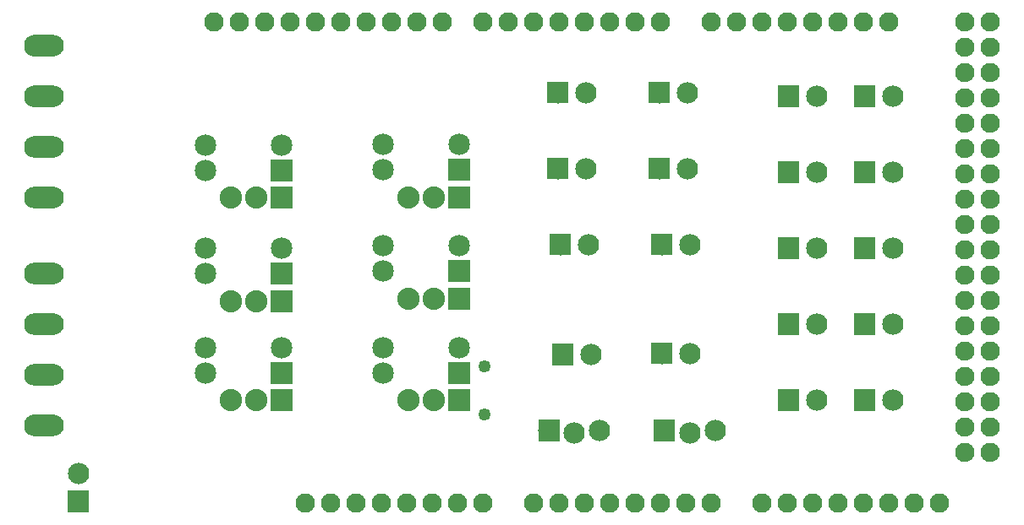
<source format=gbs>
G04 MADE WITH FRITZING*
G04 WWW.FRITZING.ORG*
G04 DOUBLE SIDED*
G04 HOLES PLATED*
G04 CONTOUR ON CENTER OF CONTOUR VECTOR*
%ASAXBY*%
%FSLAX23Y23*%
%MOIN*%
%OFA0B0*%
%SFA1.0B1.0*%
%ADD10C,0.049370*%
%ADD11C,0.084000*%
%ADD12C,0.076194*%
%ADD13C,0.076222*%
%ADD14C,0.075993*%
%ADD15C,0.085000*%
%ADD16C,0.088000*%
%ADD17R,0.085000X0.085000*%
%ADD18R,0.088000X0.088000*%
%ADD19R,0.001000X0.001000*%
%LNMASK0*%
G90*
G70*
G54D10*
X1813Y466D03*
X1813Y658D03*
G54D11*
X213Y123D03*
X213Y233D03*
G54D12*
X2908Y118D03*
X3008Y118D03*
X3108Y118D03*
X3208Y118D03*
X3308Y118D03*
X3408Y118D03*
X3508Y118D03*
X3608Y118D03*
X2008Y118D03*
X2108Y118D03*
X2208Y118D03*
X2308Y118D03*
X2408Y118D03*
X2508Y118D03*
X2608Y118D03*
X2708Y118D03*
G54D13*
X2708Y2018D03*
X2808Y2018D03*
X2908Y2018D03*
X3008Y2018D03*
X3108Y2018D03*
X3208Y2018D03*
X3308Y2018D03*
X3408Y2018D03*
G54D12*
X1108Y118D03*
X1208Y118D03*
X1308Y118D03*
X1408Y118D03*
X1508Y118D03*
X1608Y118D03*
X1708Y118D03*
X1808Y118D03*
G54D13*
X1648Y2018D03*
X1548Y2018D03*
X1448Y2018D03*
X1348Y2018D03*
X1248Y2018D03*
X1148Y2018D03*
X1048Y2018D03*
X948Y2018D03*
X848Y2018D03*
X748Y2018D03*
X2508Y2018D03*
X2408Y2018D03*
X2308Y2018D03*
X2208Y2018D03*
X2108Y2018D03*
X2008Y2018D03*
X1908Y2018D03*
X1808Y2018D03*
G54D14*
X3708Y2018D03*
X3808Y2018D03*
X3708Y1918D03*
X3808Y1918D03*
X3708Y1818D03*
X3808Y1818D03*
X3708Y1718D03*
X3808Y1718D03*
X3708Y1618D03*
X3808Y1618D03*
X3708Y1518D03*
X3808Y1518D03*
X3708Y1418D03*
X3808Y1418D03*
X3708Y1318D03*
X3808Y1318D03*
X3708Y1218D03*
X3808Y1218D03*
X3708Y1118D03*
X3808Y1118D03*
X3708Y1018D03*
X3808Y1018D03*
X3708Y918D03*
X3808Y918D03*
X3708Y818D03*
X3808Y818D03*
X3708Y718D03*
X3808Y718D03*
X3708Y618D03*
X3808Y618D03*
X3708Y518D03*
X3808Y518D03*
X3708Y418D03*
X3808Y418D03*
X3708Y318D03*
X3808Y318D03*
G54D11*
X113Y1723D03*
X113Y1523D03*
X113Y1323D03*
X113Y1923D03*
X113Y1023D03*
X113Y823D03*
X113Y623D03*
X113Y423D03*
X3313Y523D03*
X3423Y523D03*
X3013Y523D03*
X3123Y523D03*
X3313Y1423D03*
X3423Y1423D03*
X3013Y1423D03*
X3123Y1423D03*
X3013Y1723D03*
X3123Y1723D03*
X3013Y1123D03*
X3123Y1123D03*
X3313Y1723D03*
X3423Y1723D03*
X3013Y823D03*
X3123Y823D03*
X3313Y1123D03*
X3423Y1123D03*
X3313Y823D03*
X3423Y823D03*
X2503Y1738D03*
X2613Y1738D03*
X2503Y1438D03*
X2613Y1438D03*
X2513Y1138D03*
X2623Y1138D03*
X2103Y1738D03*
X2213Y1738D03*
X2103Y1438D03*
X2213Y1438D03*
X2113Y1138D03*
X2223Y1138D03*
X2513Y708D03*
X2623Y708D03*
X2523Y403D03*
X2623Y393D03*
X2723Y403D03*
X2068Y403D03*
X2168Y393D03*
X2268Y403D03*
X2123Y703D03*
X2233Y703D03*
G54D15*
X1013Y630D03*
X713Y630D03*
X1013Y730D03*
X713Y730D03*
X1013Y1023D03*
X713Y1023D03*
X1013Y1123D03*
X713Y1123D03*
X1013Y1430D03*
X713Y1430D03*
X1013Y1530D03*
X713Y1530D03*
X1713Y630D03*
X1413Y630D03*
X1713Y730D03*
X1413Y730D03*
X1713Y1033D03*
X1413Y1033D03*
X1713Y1133D03*
X1413Y1133D03*
X1713Y1433D03*
X1413Y1433D03*
X1713Y1533D03*
X1413Y1533D03*
G54D16*
X1713Y1323D03*
X1613Y1323D03*
X1513Y1323D03*
X1713Y923D03*
X1613Y923D03*
X1513Y923D03*
X1713Y523D03*
X1613Y523D03*
X1513Y523D03*
X1013Y1323D03*
X913Y1323D03*
X813Y1323D03*
X1013Y913D03*
X913Y913D03*
X813Y913D03*
X1013Y523D03*
X913Y523D03*
X813Y523D03*
G54D17*
X1013Y630D03*
X1013Y1023D03*
X1013Y1430D03*
X1713Y630D03*
X1713Y1033D03*
X1713Y1433D03*
G54D18*
X1713Y1323D03*
X1713Y923D03*
X1713Y523D03*
X1013Y1323D03*
X1013Y913D03*
X1013Y523D03*
G54D19*
X34Y1965D02*
X117Y1965D01*
X29Y1964D02*
X122Y1964D01*
X25Y1963D02*
X125Y1963D01*
X23Y1962D02*
X128Y1962D01*
X21Y1961D02*
X130Y1961D01*
X19Y1960D02*
X132Y1960D01*
X17Y1959D02*
X134Y1959D01*
X15Y1958D02*
X136Y1958D01*
X14Y1957D02*
X137Y1957D01*
X13Y1956D02*
X138Y1956D01*
X11Y1955D02*
X139Y1955D01*
X10Y1954D02*
X141Y1954D01*
X9Y1953D02*
X142Y1953D01*
X8Y1952D02*
X143Y1952D01*
X7Y1951D02*
X143Y1951D01*
X6Y1950D02*
X144Y1950D01*
X6Y1949D02*
X145Y1949D01*
X5Y1948D02*
X146Y1948D01*
X4Y1947D02*
X147Y1947D01*
X4Y1946D02*
X147Y1946D01*
X3Y1945D02*
X148Y1945D01*
X2Y1944D02*
X148Y1944D01*
X2Y1943D02*
X149Y1943D01*
X1Y1942D02*
X149Y1942D01*
X1Y1941D02*
X150Y1941D01*
X0Y1940D02*
X108Y1940D01*
X117Y1940D02*
X150Y1940D01*
X0Y1939D02*
X105Y1939D01*
X120Y1939D02*
X151Y1939D01*
X0Y1938D02*
X103Y1938D01*
X122Y1938D02*
X151Y1938D01*
X0Y1937D02*
X102Y1937D01*
X123Y1937D02*
X151Y1937D01*
X0Y1936D02*
X101Y1936D01*
X124Y1936D02*
X152Y1936D01*
X0Y1935D02*
X100Y1935D01*
X125Y1935D02*
X152Y1935D01*
X0Y1934D02*
X99Y1934D01*
X126Y1934D02*
X152Y1934D01*
X0Y1933D02*
X98Y1933D01*
X127Y1933D02*
X153Y1933D01*
X0Y1932D02*
X97Y1932D01*
X128Y1932D02*
X153Y1932D01*
X0Y1931D02*
X97Y1931D01*
X128Y1931D02*
X153Y1931D01*
X0Y1930D02*
X96Y1930D01*
X129Y1930D02*
X153Y1930D01*
X0Y1929D02*
X96Y1929D01*
X129Y1929D02*
X153Y1929D01*
X0Y1928D02*
X96Y1928D01*
X129Y1928D02*
X154Y1928D01*
X0Y1927D02*
X95Y1927D01*
X130Y1927D02*
X154Y1927D01*
X0Y1926D02*
X95Y1926D01*
X130Y1926D02*
X154Y1926D01*
X0Y1925D02*
X95Y1925D01*
X130Y1925D02*
X154Y1925D01*
X0Y1924D02*
X95Y1924D01*
X130Y1924D02*
X154Y1924D01*
X0Y1923D02*
X95Y1923D01*
X130Y1923D02*
X154Y1923D01*
X0Y1922D02*
X95Y1922D01*
X130Y1922D02*
X154Y1922D01*
X0Y1921D02*
X95Y1921D01*
X130Y1921D02*
X154Y1921D01*
X0Y1920D02*
X95Y1920D01*
X130Y1920D02*
X154Y1920D01*
X0Y1919D02*
X95Y1919D01*
X129Y1919D02*
X154Y1919D01*
X0Y1918D02*
X96Y1918D01*
X129Y1918D02*
X153Y1918D01*
X0Y1917D02*
X96Y1917D01*
X129Y1917D02*
X153Y1917D01*
X0Y1916D02*
X97Y1916D01*
X128Y1916D02*
X153Y1916D01*
X0Y1915D02*
X97Y1915D01*
X128Y1915D02*
X153Y1915D01*
X0Y1914D02*
X98Y1914D01*
X127Y1914D02*
X153Y1914D01*
X0Y1913D02*
X98Y1913D01*
X126Y1913D02*
X152Y1913D01*
X0Y1912D02*
X99Y1912D01*
X125Y1912D02*
X152Y1912D01*
X0Y1911D02*
X100Y1911D01*
X124Y1911D02*
X152Y1911D01*
X0Y1910D02*
X101Y1910D01*
X123Y1910D02*
X152Y1910D01*
X0Y1909D02*
X103Y1909D01*
X122Y1909D02*
X151Y1909D01*
X0Y1908D02*
X105Y1908D01*
X120Y1908D02*
X151Y1908D01*
X0Y1907D02*
X107Y1907D01*
X117Y1907D02*
X150Y1907D01*
X1Y1906D02*
X150Y1906D01*
X1Y1905D02*
X149Y1905D01*
X2Y1904D02*
X149Y1904D01*
X2Y1903D02*
X148Y1903D01*
X3Y1902D02*
X148Y1902D01*
X3Y1901D02*
X147Y1901D01*
X4Y1900D02*
X147Y1900D01*
X5Y1899D02*
X146Y1899D01*
X6Y1898D02*
X145Y1898D01*
X6Y1897D02*
X144Y1897D01*
X7Y1896D02*
X144Y1896D01*
X8Y1895D02*
X143Y1895D01*
X9Y1894D02*
X142Y1894D01*
X10Y1893D02*
X141Y1893D01*
X11Y1892D02*
X140Y1892D01*
X12Y1891D02*
X139Y1891D01*
X14Y1890D02*
X137Y1890D01*
X15Y1889D02*
X136Y1889D01*
X16Y1888D02*
X134Y1888D01*
X18Y1887D02*
X133Y1887D01*
X20Y1886D02*
X131Y1886D01*
X22Y1885D02*
X129Y1885D01*
X25Y1884D02*
X126Y1884D01*
X28Y1883D02*
X123Y1883D01*
X32Y1882D02*
X119Y1882D01*
X2061Y1780D02*
X2144Y1780D01*
X2461Y1780D02*
X2543Y1780D01*
X2061Y1779D02*
X2144Y1779D01*
X2461Y1779D02*
X2544Y1779D01*
X2061Y1778D02*
X2144Y1778D01*
X2461Y1778D02*
X2544Y1778D01*
X2061Y1777D02*
X2144Y1777D01*
X2461Y1777D02*
X2544Y1777D01*
X2061Y1776D02*
X2144Y1776D01*
X2461Y1776D02*
X2544Y1776D01*
X2061Y1775D02*
X2144Y1775D01*
X2461Y1775D02*
X2544Y1775D01*
X2061Y1774D02*
X2144Y1774D01*
X2461Y1774D02*
X2544Y1774D01*
X2061Y1773D02*
X2144Y1773D01*
X2461Y1773D02*
X2544Y1773D01*
X2061Y1772D02*
X2144Y1772D01*
X2461Y1772D02*
X2544Y1772D01*
X2061Y1771D02*
X2144Y1771D01*
X2461Y1771D02*
X2544Y1771D01*
X2061Y1770D02*
X2144Y1770D01*
X2461Y1770D02*
X2544Y1770D01*
X2061Y1769D02*
X2144Y1769D01*
X2461Y1769D02*
X2544Y1769D01*
X2061Y1768D02*
X2144Y1768D01*
X2461Y1768D02*
X2544Y1768D01*
X2061Y1767D02*
X2144Y1767D01*
X2461Y1767D02*
X2544Y1767D01*
X2061Y1766D02*
X2144Y1766D01*
X2461Y1766D02*
X2544Y1766D01*
X34Y1765D02*
X117Y1765D01*
X2061Y1765D02*
X2144Y1765D01*
X2461Y1765D02*
X2544Y1765D01*
X2971Y1765D02*
X3053Y1765D01*
X3270Y1765D02*
X3353Y1765D01*
X29Y1764D02*
X122Y1764D01*
X2061Y1764D02*
X2144Y1764D01*
X2461Y1764D02*
X2544Y1764D01*
X2970Y1764D02*
X3053Y1764D01*
X3270Y1764D02*
X3353Y1764D01*
X25Y1763D02*
X125Y1763D01*
X2061Y1763D02*
X2144Y1763D01*
X2461Y1763D02*
X2544Y1763D01*
X2970Y1763D02*
X3053Y1763D01*
X3270Y1763D02*
X3353Y1763D01*
X23Y1762D02*
X128Y1762D01*
X2061Y1762D02*
X2144Y1762D01*
X2461Y1762D02*
X2544Y1762D01*
X2970Y1762D02*
X3053Y1762D01*
X3270Y1762D02*
X3353Y1762D01*
X20Y1761D02*
X130Y1761D01*
X2061Y1761D02*
X2144Y1761D01*
X2461Y1761D02*
X2544Y1761D01*
X2970Y1761D02*
X3053Y1761D01*
X3270Y1761D02*
X3353Y1761D01*
X18Y1760D02*
X132Y1760D01*
X2061Y1760D02*
X2144Y1760D01*
X2461Y1760D02*
X2544Y1760D01*
X2970Y1760D02*
X3053Y1760D01*
X3270Y1760D02*
X3353Y1760D01*
X17Y1759D02*
X134Y1759D01*
X2061Y1759D02*
X2144Y1759D01*
X2461Y1759D02*
X2544Y1759D01*
X2970Y1759D02*
X3053Y1759D01*
X3270Y1759D02*
X3353Y1759D01*
X15Y1758D02*
X136Y1758D01*
X2061Y1758D02*
X2144Y1758D01*
X2461Y1758D02*
X2544Y1758D01*
X2970Y1758D02*
X3053Y1758D01*
X3270Y1758D02*
X3353Y1758D01*
X14Y1757D02*
X137Y1757D01*
X2061Y1757D02*
X2144Y1757D01*
X2461Y1757D02*
X2544Y1757D01*
X2970Y1757D02*
X3053Y1757D01*
X3270Y1757D02*
X3353Y1757D01*
X12Y1756D02*
X138Y1756D01*
X2061Y1756D02*
X2144Y1756D01*
X2461Y1756D02*
X2544Y1756D01*
X2970Y1756D02*
X3053Y1756D01*
X3270Y1756D02*
X3353Y1756D01*
X11Y1755D02*
X139Y1755D01*
X2061Y1755D02*
X2144Y1755D01*
X2461Y1755D02*
X2544Y1755D01*
X2970Y1755D02*
X3053Y1755D01*
X3270Y1755D02*
X3353Y1755D01*
X10Y1754D02*
X141Y1754D01*
X2061Y1754D02*
X2144Y1754D01*
X2461Y1754D02*
X2544Y1754D01*
X2970Y1754D02*
X3053Y1754D01*
X3270Y1754D02*
X3353Y1754D01*
X9Y1753D02*
X142Y1753D01*
X2061Y1753D02*
X2098Y1753D01*
X2106Y1753D02*
X2144Y1753D01*
X2461Y1753D02*
X2498Y1753D01*
X2506Y1753D02*
X2544Y1753D01*
X2970Y1753D02*
X3053Y1753D01*
X3270Y1753D02*
X3353Y1753D01*
X8Y1752D02*
X143Y1752D01*
X2061Y1752D02*
X2095Y1752D01*
X2109Y1752D02*
X2144Y1752D01*
X2461Y1752D02*
X2495Y1752D01*
X2509Y1752D02*
X2544Y1752D01*
X2970Y1752D02*
X3053Y1752D01*
X3270Y1752D02*
X3353Y1752D01*
X7Y1751D02*
X143Y1751D01*
X2061Y1751D02*
X2093Y1751D01*
X2111Y1751D02*
X2144Y1751D01*
X2461Y1751D02*
X2493Y1751D01*
X2511Y1751D02*
X2544Y1751D01*
X2970Y1751D02*
X3053Y1751D01*
X3270Y1751D02*
X3353Y1751D01*
X6Y1750D02*
X144Y1750D01*
X2061Y1750D02*
X2092Y1750D01*
X2112Y1750D02*
X2144Y1750D01*
X2461Y1750D02*
X2492Y1750D01*
X2512Y1750D02*
X2544Y1750D01*
X2970Y1750D02*
X3053Y1750D01*
X3270Y1750D02*
X3353Y1750D01*
X6Y1749D02*
X145Y1749D01*
X2061Y1749D02*
X2091Y1749D01*
X2113Y1749D02*
X2144Y1749D01*
X2461Y1749D02*
X2491Y1749D01*
X2513Y1749D02*
X2544Y1749D01*
X2970Y1749D02*
X3053Y1749D01*
X3270Y1749D02*
X3353Y1749D01*
X5Y1748D02*
X146Y1748D01*
X2061Y1748D02*
X2090Y1748D01*
X2114Y1748D02*
X2144Y1748D01*
X2461Y1748D02*
X2490Y1748D01*
X2514Y1748D02*
X2544Y1748D01*
X2970Y1748D02*
X3053Y1748D01*
X3270Y1748D02*
X3353Y1748D01*
X4Y1747D02*
X147Y1747D01*
X2061Y1747D02*
X2089Y1747D01*
X2115Y1747D02*
X2144Y1747D01*
X2461Y1747D02*
X2489Y1747D01*
X2515Y1747D02*
X2544Y1747D01*
X2970Y1747D02*
X3053Y1747D01*
X3270Y1747D02*
X3353Y1747D01*
X4Y1746D02*
X147Y1746D01*
X2061Y1746D02*
X2089Y1746D01*
X2116Y1746D02*
X2144Y1746D01*
X2461Y1746D02*
X2489Y1746D01*
X2515Y1746D02*
X2544Y1746D01*
X2970Y1746D02*
X3053Y1746D01*
X3270Y1746D02*
X3353Y1746D01*
X3Y1745D02*
X148Y1745D01*
X2061Y1745D02*
X2088Y1745D01*
X2116Y1745D02*
X2144Y1745D01*
X2461Y1745D02*
X2488Y1745D01*
X2516Y1745D02*
X2544Y1745D01*
X2970Y1745D02*
X3053Y1745D01*
X3270Y1745D02*
X3353Y1745D01*
X2Y1744D02*
X148Y1744D01*
X2061Y1744D02*
X2088Y1744D01*
X2117Y1744D02*
X2144Y1744D01*
X2461Y1744D02*
X2488Y1744D01*
X2517Y1744D02*
X2544Y1744D01*
X2970Y1744D02*
X3053Y1744D01*
X3270Y1744D02*
X3353Y1744D01*
X2Y1743D02*
X149Y1743D01*
X2061Y1743D02*
X2087Y1743D01*
X2117Y1743D02*
X2144Y1743D01*
X2461Y1743D02*
X2487Y1743D01*
X2517Y1743D02*
X2544Y1743D01*
X2970Y1743D02*
X3053Y1743D01*
X3270Y1743D02*
X3353Y1743D01*
X1Y1742D02*
X149Y1742D01*
X2061Y1742D02*
X2087Y1742D01*
X2117Y1742D02*
X2144Y1742D01*
X2461Y1742D02*
X2487Y1742D01*
X2517Y1742D02*
X2544Y1742D01*
X2970Y1742D02*
X3053Y1742D01*
X3270Y1742D02*
X3353Y1742D01*
X1Y1741D02*
X150Y1741D01*
X2061Y1741D02*
X2087Y1741D01*
X2117Y1741D02*
X2144Y1741D01*
X2461Y1741D02*
X2487Y1741D01*
X2517Y1741D02*
X2544Y1741D01*
X2970Y1741D02*
X3053Y1741D01*
X3270Y1741D02*
X3353Y1741D01*
X0Y1740D02*
X108Y1740D01*
X117Y1740D02*
X150Y1740D01*
X2061Y1740D02*
X2087Y1740D01*
X2117Y1740D02*
X2144Y1740D01*
X2461Y1740D02*
X2487Y1740D01*
X2517Y1740D02*
X2544Y1740D01*
X2970Y1740D02*
X3053Y1740D01*
X3270Y1740D02*
X3353Y1740D01*
X0Y1739D02*
X105Y1739D01*
X120Y1739D02*
X151Y1739D01*
X2061Y1739D02*
X2087Y1739D01*
X2118Y1739D02*
X2144Y1739D01*
X2461Y1739D02*
X2487Y1739D01*
X2517Y1739D02*
X2544Y1739D01*
X2970Y1739D02*
X3053Y1739D01*
X3270Y1739D02*
X3353Y1739D01*
X0Y1738D02*
X103Y1738D01*
X122Y1738D02*
X151Y1738D01*
X2061Y1738D02*
X2087Y1738D01*
X2118Y1738D02*
X2144Y1738D01*
X2461Y1738D02*
X2487Y1738D01*
X2517Y1738D02*
X2544Y1738D01*
X2970Y1738D02*
X3008Y1738D01*
X3016Y1738D02*
X3053Y1738D01*
X3270Y1738D02*
X3308Y1738D01*
X3316Y1738D02*
X3353Y1738D01*
X0Y1737D02*
X102Y1737D01*
X123Y1737D02*
X151Y1737D01*
X2061Y1737D02*
X2087Y1737D01*
X2117Y1737D02*
X2144Y1737D01*
X2461Y1737D02*
X2487Y1737D01*
X2517Y1737D02*
X2544Y1737D01*
X2970Y1737D02*
X3005Y1737D01*
X3019Y1737D02*
X3053Y1737D01*
X3270Y1737D02*
X3305Y1737D01*
X3319Y1737D02*
X3353Y1737D01*
X0Y1736D02*
X101Y1736D01*
X124Y1736D02*
X152Y1736D01*
X2061Y1736D02*
X2087Y1736D01*
X2117Y1736D02*
X2144Y1736D01*
X2461Y1736D02*
X2487Y1736D01*
X2517Y1736D02*
X2544Y1736D01*
X2970Y1736D02*
X3003Y1736D01*
X3021Y1736D02*
X3053Y1736D01*
X3270Y1736D02*
X3303Y1736D01*
X3321Y1736D02*
X3353Y1736D01*
X0Y1735D02*
X100Y1735D01*
X125Y1735D02*
X152Y1735D01*
X2061Y1735D02*
X2087Y1735D01*
X2117Y1735D02*
X2144Y1735D01*
X2461Y1735D02*
X2487Y1735D01*
X2517Y1735D02*
X2544Y1735D01*
X2970Y1735D02*
X3002Y1735D01*
X3022Y1735D02*
X3053Y1735D01*
X3270Y1735D02*
X3302Y1735D01*
X3322Y1735D02*
X3353Y1735D01*
X0Y1734D02*
X99Y1734D01*
X126Y1734D02*
X152Y1734D01*
X2061Y1734D02*
X2087Y1734D01*
X2117Y1734D02*
X2144Y1734D01*
X2461Y1734D02*
X2487Y1734D01*
X2517Y1734D02*
X2544Y1734D01*
X2970Y1734D02*
X3001Y1734D01*
X3023Y1734D02*
X3053Y1734D01*
X3270Y1734D02*
X3301Y1734D01*
X3323Y1734D02*
X3353Y1734D01*
X0Y1733D02*
X98Y1733D01*
X127Y1733D02*
X153Y1733D01*
X2061Y1733D02*
X2088Y1733D01*
X2117Y1733D02*
X2144Y1733D01*
X2461Y1733D02*
X2487Y1733D01*
X2517Y1733D02*
X2544Y1733D01*
X2970Y1733D02*
X3000Y1733D01*
X3024Y1733D02*
X3053Y1733D01*
X3270Y1733D02*
X3300Y1733D01*
X3324Y1733D02*
X3353Y1733D01*
X0Y1732D02*
X97Y1732D01*
X128Y1732D02*
X153Y1732D01*
X2061Y1732D02*
X2088Y1732D01*
X2116Y1732D02*
X2144Y1732D01*
X2461Y1732D02*
X2488Y1732D01*
X2516Y1732D02*
X2544Y1732D01*
X2970Y1732D02*
X2999Y1732D01*
X3025Y1732D02*
X3053Y1732D01*
X3270Y1732D02*
X3299Y1732D01*
X3325Y1732D02*
X3353Y1732D01*
X0Y1731D02*
X97Y1731D01*
X128Y1731D02*
X153Y1731D01*
X2061Y1731D02*
X2089Y1731D01*
X2116Y1731D02*
X2144Y1731D01*
X2461Y1731D02*
X2488Y1731D01*
X2516Y1731D02*
X2544Y1731D01*
X2970Y1731D02*
X2999Y1731D01*
X3025Y1731D02*
X3053Y1731D01*
X3270Y1731D02*
X3298Y1731D01*
X3325Y1731D02*
X3353Y1731D01*
X0Y1730D02*
X96Y1730D01*
X129Y1730D02*
X153Y1730D01*
X2061Y1730D02*
X2089Y1730D01*
X2115Y1730D02*
X2144Y1730D01*
X2461Y1730D02*
X2489Y1730D01*
X2515Y1730D02*
X2544Y1730D01*
X2970Y1730D02*
X2998Y1730D01*
X3026Y1730D02*
X3053Y1730D01*
X3270Y1730D02*
X3298Y1730D01*
X3326Y1730D02*
X3353Y1730D01*
X0Y1729D02*
X96Y1729D01*
X129Y1729D02*
X153Y1729D01*
X2061Y1729D02*
X2090Y1729D01*
X2114Y1729D02*
X2144Y1729D01*
X2461Y1729D02*
X2490Y1729D01*
X2514Y1729D02*
X2544Y1729D01*
X2970Y1729D02*
X2997Y1729D01*
X3026Y1729D02*
X3053Y1729D01*
X3270Y1729D02*
X3297Y1729D01*
X3326Y1729D02*
X3353Y1729D01*
X0Y1728D02*
X96Y1728D01*
X129Y1728D02*
X154Y1728D01*
X2061Y1728D02*
X2091Y1728D01*
X2113Y1728D02*
X2144Y1728D01*
X2461Y1728D02*
X2491Y1728D01*
X2513Y1728D02*
X2544Y1728D01*
X2970Y1728D02*
X2997Y1728D01*
X3027Y1728D02*
X3053Y1728D01*
X3270Y1728D02*
X3297Y1728D01*
X3327Y1728D02*
X3353Y1728D01*
X0Y1727D02*
X95Y1727D01*
X130Y1727D02*
X154Y1727D01*
X2061Y1727D02*
X2092Y1727D01*
X2112Y1727D02*
X2144Y1727D01*
X2461Y1727D02*
X2492Y1727D01*
X2512Y1727D02*
X2544Y1727D01*
X2970Y1727D02*
X2997Y1727D01*
X3027Y1727D02*
X3053Y1727D01*
X3270Y1727D02*
X3297Y1727D01*
X3327Y1727D02*
X3353Y1727D01*
X0Y1726D02*
X95Y1726D01*
X130Y1726D02*
X154Y1726D01*
X2061Y1726D02*
X2093Y1726D01*
X2111Y1726D02*
X2144Y1726D01*
X2461Y1726D02*
X2493Y1726D01*
X2511Y1726D02*
X2544Y1726D01*
X2970Y1726D02*
X2997Y1726D01*
X3027Y1726D02*
X3053Y1726D01*
X3270Y1726D02*
X3297Y1726D01*
X3327Y1726D02*
X3353Y1726D01*
X0Y1725D02*
X95Y1725D01*
X130Y1725D02*
X154Y1725D01*
X2061Y1725D02*
X2095Y1725D01*
X2109Y1725D02*
X2144Y1725D01*
X2461Y1725D02*
X2495Y1725D01*
X2509Y1725D02*
X2544Y1725D01*
X2970Y1725D02*
X2997Y1725D01*
X3027Y1725D02*
X3053Y1725D01*
X3270Y1725D02*
X3297Y1725D01*
X3327Y1725D02*
X3353Y1725D01*
X0Y1724D02*
X95Y1724D01*
X130Y1724D02*
X154Y1724D01*
X2061Y1724D02*
X2097Y1724D01*
X2107Y1724D02*
X2144Y1724D01*
X2461Y1724D02*
X2497Y1724D01*
X2507Y1724D02*
X2544Y1724D01*
X2970Y1724D02*
X2997Y1724D01*
X3027Y1724D02*
X3053Y1724D01*
X3270Y1724D02*
X3296Y1724D01*
X3327Y1724D02*
X3353Y1724D01*
X0Y1723D02*
X95Y1723D01*
X130Y1723D02*
X154Y1723D01*
X2061Y1723D02*
X2144Y1723D01*
X2461Y1723D02*
X2544Y1723D01*
X2970Y1723D02*
X2997Y1723D01*
X3027Y1723D02*
X3053Y1723D01*
X3270Y1723D02*
X3296Y1723D01*
X3327Y1723D02*
X3353Y1723D01*
X0Y1722D02*
X95Y1722D01*
X130Y1722D02*
X154Y1722D01*
X2061Y1722D02*
X2144Y1722D01*
X2461Y1722D02*
X2544Y1722D01*
X2970Y1722D02*
X2997Y1722D01*
X3027Y1722D02*
X3053Y1722D01*
X3270Y1722D02*
X3297Y1722D01*
X3327Y1722D02*
X3353Y1722D01*
X0Y1721D02*
X95Y1721D01*
X130Y1721D02*
X154Y1721D01*
X2061Y1721D02*
X2144Y1721D01*
X2461Y1721D02*
X2544Y1721D01*
X2970Y1721D02*
X2997Y1721D01*
X3027Y1721D02*
X3053Y1721D01*
X3270Y1721D02*
X3297Y1721D01*
X3327Y1721D02*
X3353Y1721D01*
X0Y1720D02*
X95Y1720D01*
X130Y1720D02*
X154Y1720D01*
X2061Y1720D02*
X2144Y1720D01*
X2461Y1720D02*
X2544Y1720D01*
X2970Y1720D02*
X2997Y1720D01*
X3027Y1720D02*
X3053Y1720D01*
X3270Y1720D02*
X3297Y1720D01*
X3327Y1720D02*
X3353Y1720D01*
X0Y1719D02*
X95Y1719D01*
X129Y1719D02*
X154Y1719D01*
X2061Y1719D02*
X2144Y1719D01*
X2461Y1719D02*
X2544Y1719D01*
X2970Y1719D02*
X2997Y1719D01*
X3027Y1719D02*
X3053Y1719D01*
X3270Y1719D02*
X3297Y1719D01*
X3327Y1719D02*
X3353Y1719D01*
X0Y1718D02*
X96Y1718D01*
X129Y1718D02*
X153Y1718D01*
X2061Y1718D02*
X2144Y1718D01*
X2461Y1718D02*
X2544Y1718D01*
X2970Y1718D02*
X2997Y1718D01*
X3027Y1718D02*
X3053Y1718D01*
X3270Y1718D02*
X3297Y1718D01*
X3326Y1718D02*
X3353Y1718D01*
X0Y1717D02*
X96Y1717D01*
X129Y1717D02*
X153Y1717D01*
X2061Y1717D02*
X2144Y1717D01*
X2461Y1717D02*
X2544Y1717D01*
X2970Y1717D02*
X2998Y1717D01*
X3026Y1717D02*
X3053Y1717D01*
X3270Y1717D02*
X3298Y1717D01*
X3326Y1717D02*
X3353Y1717D01*
X0Y1716D02*
X97Y1716D01*
X128Y1716D02*
X153Y1716D01*
X2061Y1716D02*
X2144Y1716D01*
X2461Y1716D02*
X2544Y1716D01*
X2970Y1716D02*
X2998Y1716D01*
X3026Y1716D02*
X3053Y1716D01*
X3270Y1716D02*
X3298Y1716D01*
X3325Y1716D02*
X3353Y1716D01*
X0Y1715D02*
X97Y1715D01*
X128Y1715D02*
X153Y1715D01*
X2061Y1715D02*
X2144Y1715D01*
X2461Y1715D02*
X2544Y1715D01*
X2970Y1715D02*
X2999Y1715D01*
X3025Y1715D02*
X3053Y1715D01*
X3270Y1715D02*
X3299Y1715D01*
X3325Y1715D02*
X3353Y1715D01*
X0Y1714D02*
X98Y1714D01*
X127Y1714D02*
X153Y1714D01*
X2061Y1714D02*
X2144Y1714D01*
X2461Y1714D02*
X2544Y1714D01*
X2970Y1714D02*
X3000Y1714D01*
X3024Y1714D02*
X3053Y1714D01*
X3270Y1714D02*
X3300Y1714D01*
X3324Y1714D02*
X3353Y1714D01*
X0Y1713D02*
X98Y1713D01*
X126Y1713D02*
X152Y1713D01*
X2061Y1713D02*
X2144Y1713D01*
X2461Y1713D02*
X2544Y1713D01*
X2970Y1713D02*
X3001Y1713D01*
X3023Y1713D02*
X3053Y1713D01*
X3270Y1713D02*
X3301Y1713D01*
X3323Y1713D02*
X3353Y1713D01*
X0Y1712D02*
X99Y1712D01*
X125Y1712D02*
X152Y1712D01*
X2061Y1712D02*
X2144Y1712D01*
X2461Y1712D02*
X2544Y1712D01*
X2970Y1712D02*
X3002Y1712D01*
X3022Y1712D02*
X3053Y1712D01*
X3270Y1712D02*
X3302Y1712D01*
X3322Y1712D02*
X3353Y1712D01*
X0Y1711D02*
X100Y1711D01*
X124Y1711D02*
X152Y1711D01*
X2061Y1711D02*
X2144Y1711D01*
X2461Y1711D02*
X2544Y1711D01*
X2970Y1711D02*
X3003Y1711D01*
X3021Y1711D02*
X3053Y1711D01*
X3270Y1711D02*
X3303Y1711D01*
X3321Y1711D02*
X3353Y1711D01*
X0Y1710D02*
X102Y1710D01*
X123Y1710D02*
X152Y1710D01*
X2061Y1710D02*
X2144Y1710D01*
X2461Y1710D02*
X2544Y1710D01*
X2970Y1710D02*
X3005Y1710D01*
X3019Y1710D02*
X3053Y1710D01*
X3270Y1710D02*
X3305Y1710D01*
X3319Y1710D02*
X3353Y1710D01*
X0Y1709D02*
X103Y1709D01*
X122Y1709D02*
X151Y1709D01*
X2061Y1709D02*
X2144Y1709D01*
X2461Y1709D02*
X2544Y1709D01*
X2970Y1709D02*
X3007Y1709D01*
X3017Y1709D02*
X3053Y1709D01*
X3270Y1709D02*
X3307Y1709D01*
X3317Y1709D02*
X3353Y1709D01*
X0Y1708D02*
X105Y1708D01*
X120Y1708D02*
X151Y1708D01*
X2061Y1708D02*
X2144Y1708D01*
X2461Y1708D02*
X2544Y1708D01*
X2970Y1708D02*
X3053Y1708D01*
X3270Y1708D02*
X3353Y1708D01*
X0Y1707D02*
X107Y1707D01*
X117Y1707D02*
X150Y1707D01*
X2061Y1707D02*
X2144Y1707D01*
X2461Y1707D02*
X2544Y1707D01*
X2970Y1707D02*
X3053Y1707D01*
X3270Y1707D02*
X3353Y1707D01*
X1Y1706D02*
X150Y1706D01*
X2061Y1706D02*
X2144Y1706D01*
X2461Y1706D02*
X2544Y1706D01*
X2970Y1706D02*
X3053Y1706D01*
X3270Y1706D02*
X3353Y1706D01*
X1Y1705D02*
X149Y1705D01*
X2061Y1705D02*
X2144Y1705D01*
X2461Y1705D02*
X2544Y1705D01*
X2970Y1705D02*
X3053Y1705D01*
X3270Y1705D02*
X3353Y1705D01*
X2Y1704D02*
X149Y1704D01*
X2061Y1704D02*
X2144Y1704D01*
X2461Y1704D02*
X2544Y1704D01*
X2970Y1704D02*
X3053Y1704D01*
X3270Y1704D02*
X3353Y1704D01*
X2Y1703D02*
X148Y1703D01*
X2061Y1703D02*
X2144Y1703D01*
X2461Y1703D02*
X2544Y1703D01*
X2970Y1703D02*
X3053Y1703D01*
X3270Y1703D02*
X3353Y1703D01*
X3Y1702D02*
X148Y1702D01*
X2061Y1702D02*
X2144Y1702D01*
X2461Y1702D02*
X2544Y1702D01*
X2970Y1702D02*
X3053Y1702D01*
X3270Y1702D02*
X3353Y1702D01*
X3Y1701D02*
X147Y1701D01*
X2061Y1701D02*
X2144Y1701D01*
X2461Y1701D02*
X2544Y1701D01*
X2970Y1701D02*
X3053Y1701D01*
X3270Y1701D02*
X3353Y1701D01*
X4Y1700D02*
X147Y1700D01*
X2061Y1700D02*
X2144Y1700D01*
X2461Y1700D02*
X2544Y1700D01*
X2970Y1700D02*
X3053Y1700D01*
X3270Y1700D02*
X3353Y1700D01*
X5Y1699D02*
X146Y1699D01*
X2061Y1699D02*
X2144Y1699D01*
X2461Y1699D02*
X2544Y1699D01*
X2970Y1699D02*
X3053Y1699D01*
X3270Y1699D02*
X3353Y1699D01*
X6Y1698D02*
X145Y1698D01*
X2061Y1698D02*
X2144Y1698D01*
X2461Y1698D02*
X2544Y1698D01*
X2970Y1698D02*
X3053Y1698D01*
X3270Y1698D02*
X3353Y1698D01*
X6Y1697D02*
X144Y1697D01*
X2061Y1697D02*
X2144Y1697D01*
X2461Y1697D02*
X2544Y1697D01*
X2970Y1697D02*
X3053Y1697D01*
X3270Y1697D02*
X3353Y1697D01*
X7Y1696D02*
X144Y1696D01*
X2970Y1696D02*
X3053Y1696D01*
X3270Y1696D02*
X3353Y1696D01*
X8Y1695D02*
X143Y1695D01*
X2970Y1695D02*
X3053Y1695D01*
X3270Y1695D02*
X3353Y1695D01*
X9Y1694D02*
X142Y1694D01*
X2970Y1694D02*
X3053Y1694D01*
X3270Y1694D02*
X3353Y1694D01*
X10Y1693D02*
X141Y1693D01*
X2970Y1693D02*
X3053Y1693D01*
X3270Y1693D02*
X3353Y1693D01*
X11Y1692D02*
X140Y1692D01*
X2970Y1692D02*
X3053Y1692D01*
X3270Y1692D02*
X3353Y1692D01*
X12Y1691D02*
X139Y1691D01*
X2970Y1691D02*
X3053Y1691D01*
X3270Y1691D02*
X3353Y1691D01*
X14Y1690D02*
X137Y1690D01*
X2970Y1690D02*
X3053Y1690D01*
X3270Y1690D02*
X3353Y1690D01*
X15Y1689D02*
X136Y1689D01*
X2970Y1689D02*
X3053Y1689D01*
X3270Y1689D02*
X3353Y1689D01*
X16Y1688D02*
X134Y1688D01*
X2970Y1688D02*
X3053Y1688D01*
X3270Y1688D02*
X3353Y1688D01*
X18Y1687D02*
X133Y1687D01*
X2970Y1687D02*
X3053Y1687D01*
X3270Y1687D02*
X3353Y1687D01*
X20Y1686D02*
X131Y1686D01*
X2970Y1686D02*
X3053Y1686D01*
X3270Y1686D02*
X3353Y1686D01*
X22Y1685D02*
X129Y1685D01*
X2970Y1685D02*
X3053Y1685D01*
X3270Y1685D02*
X3353Y1685D01*
X25Y1684D02*
X126Y1684D01*
X2970Y1684D02*
X3053Y1684D01*
X3270Y1684D02*
X3353Y1684D01*
X28Y1683D02*
X123Y1683D01*
X2970Y1683D02*
X3053Y1683D01*
X3270Y1683D02*
X3353Y1683D01*
X32Y1682D02*
X118Y1682D01*
X2970Y1682D02*
X3053Y1682D01*
X3270Y1682D02*
X3353Y1682D01*
X33Y1565D02*
X117Y1565D01*
X28Y1564D02*
X122Y1564D01*
X25Y1563D02*
X126Y1563D01*
X23Y1562D02*
X128Y1562D01*
X20Y1561D02*
X130Y1561D01*
X18Y1560D02*
X132Y1560D01*
X17Y1559D02*
X134Y1559D01*
X15Y1558D02*
X136Y1558D01*
X14Y1557D02*
X137Y1557D01*
X12Y1556D02*
X138Y1556D01*
X11Y1555D02*
X139Y1555D01*
X10Y1554D02*
X141Y1554D01*
X9Y1553D02*
X142Y1553D01*
X8Y1552D02*
X143Y1552D01*
X7Y1551D02*
X143Y1551D01*
X6Y1550D02*
X144Y1550D01*
X6Y1549D02*
X145Y1549D01*
X5Y1548D02*
X146Y1548D01*
X4Y1547D02*
X147Y1547D01*
X4Y1546D02*
X147Y1546D01*
X3Y1545D02*
X148Y1545D01*
X2Y1544D02*
X148Y1544D01*
X2Y1543D02*
X149Y1543D01*
X1Y1542D02*
X149Y1542D01*
X1Y1541D02*
X150Y1541D01*
X0Y1540D02*
X108Y1540D01*
X117Y1540D02*
X150Y1540D01*
X0Y1539D02*
X105Y1539D01*
X120Y1539D02*
X151Y1539D01*
X0Y1538D02*
X103Y1538D01*
X122Y1538D02*
X151Y1538D01*
X0Y1537D02*
X102Y1537D01*
X123Y1537D02*
X151Y1537D01*
X0Y1536D02*
X101Y1536D01*
X124Y1536D02*
X152Y1536D01*
X0Y1535D02*
X99Y1535D01*
X125Y1535D02*
X152Y1535D01*
X0Y1534D02*
X99Y1534D01*
X126Y1534D02*
X152Y1534D01*
X0Y1533D02*
X98Y1533D01*
X127Y1533D02*
X153Y1533D01*
X0Y1532D02*
X97Y1532D01*
X128Y1532D02*
X153Y1532D01*
X0Y1531D02*
X97Y1531D01*
X128Y1531D02*
X153Y1531D01*
X0Y1530D02*
X96Y1530D01*
X129Y1530D02*
X153Y1530D01*
X0Y1529D02*
X96Y1529D01*
X129Y1529D02*
X153Y1529D01*
X0Y1528D02*
X95Y1528D01*
X129Y1528D02*
X154Y1528D01*
X0Y1527D02*
X95Y1527D01*
X130Y1527D02*
X154Y1527D01*
X0Y1526D02*
X95Y1526D01*
X130Y1526D02*
X154Y1526D01*
X0Y1525D02*
X95Y1525D01*
X130Y1525D02*
X154Y1525D01*
X0Y1524D02*
X95Y1524D01*
X130Y1524D02*
X154Y1524D01*
X0Y1523D02*
X95Y1523D01*
X130Y1523D02*
X154Y1523D01*
X0Y1522D02*
X95Y1522D01*
X130Y1522D02*
X154Y1522D01*
X0Y1521D02*
X95Y1521D01*
X130Y1521D02*
X154Y1521D01*
X0Y1520D02*
X95Y1520D01*
X130Y1520D02*
X154Y1520D01*
X0Y1519D02*
X95Y1519D01*
X129Y1519D02*
X154Y1519D01*
X0Y1518D02*
X96Y1518D01*
X129Y1518D02*
X153Y1518D01*
X0Y1517D02*
X96Y1517D01*
X129Y1517D02*
X153Y1517D01*
X0Y1516D02*
X97Y1516D01*
X128Y1516D02*
X153Y1516D01*
X0Y1515D02*
X97Y1515D01*
X128Y1515D02*
X153Y1515D01*
X0Y1514D02*
X98Y1514D01*
X127Y1514D02*
X153Y1514D01*
X0Y1513D02*
X99Y1513D01*
X126Y1513D02*
X152Y1513D01*
X0Y1512D02*
X99Y1512D01*
X125Y1512D02*
X152Y1512D01*
X0Y1511D02*
X100Y1511D01*
X124Y1511D02*
X152Y1511D01*
X0Y1510D02*
X102Y1510D01*
X123Y1510D02*
X152Y1510D01*
X0Y1509D02*
X103Y1509D01*
X122Y1509D02*
X151Y1509D01*
X0Y1508D02*
X105Y1508D01*
X120Y1508D02*
X151Y1508D01*
X0Y1507D02*
X107Y1507D01*
X117Y1507D02*
X150Y1507D01*
X1Y1506D02*
X150Y1506D01*
X1Y1505D02*
X149Y1505D01*
X2Y1504D02*
X149Y1504D01*
X2Y1503D02*
X148Y1503D01*
X3Y1502D02*
X148Y1502D01*
X3Y1501D02*
X147Y1501D01*
X4Y1500D02*
X147Y1500D01*
X5Y1499D02*
X146Y1499D01*
X6Y1498D02*
X145Y1498D01*
X6Y1497D02*
X144Y1497D01*
X7Y1496D02*
X144Y1496D01*
X8Y1495D02*
X143Y1495D01*
X9Y1494D02*
X142Y1494D01*
X10Y1493D02*
X141Y1493D01*
X11Y1492D02*
X140Y1492D01*
X12Y1491D02*
X139Y1491D01*
X14Y1490D02*
X137Y1490D01*
X15Y1489D02*
X136Y1489D01*
X17Y1488D02*
X134Y1488D01*
X18Y1487D02*
X133Y1487D01*
X20Y1486D02*
X131Y1486D01*
X22Y1485D02*
X129Y1485D01*
X25Y1484D02*
X126Y1484D01*
X28Y1483D02*
X123Y1483D01*
X33Y1482D02*
X118Y1482D01*
X2061Y1480D02*
X2144Y1480D01*
X2461Y1480D02*
X2544Y1480D01*
X2061Y1479D02*
X2144Y1479D01*
X2461Y1479D02*
X2544Y1479D01*
X2061Y1478D02*
X2144Y1478D01*
X2461Y1478D02*
X2544Y1478D01*
X2061Y1477D02*
X2144Y1477D01*
X2461Y1477D02*
X2544Y1477D01*
X2061Y1476D02*
X2144Y1476D01*
X2461Y1476D02*
X2544Y1476D01*
X2061Y1475D02*
X2144Y1475D01*
X2461Y1475D02*
X2544Y1475D01*
X2061Y1474D02*
X2144Y1474D01*
X2461Y1474D02*
X2544Y1474D01*
X2061Y1473D02*
X2144Y1473D01*
X2461Y1473D02*
X2544Y1473D01*
X2061Y1472D02*
X2144Y1472D01*
X2461Y1472D02*
X2544Y1472D01*
X2061Y1471D02*
X2144Y1471D01*
X2461Y1471D02*
X2544Y1471D01*
X2061Y1470D02*
X2144Y1470D01*
X2461Y1470D02*
X2544Y1470D01*
X2061Y1469D02*
X2144Y1469D01*
X2461Y1469D02*
X2544Y1469D01*
X2061Y1468D02*
X2144Y1468D01*
X2461Y1468D02*
X2544Y1468D01*
X2061Y1467D02*
X2144Y1467D01*
X2461Y1467D02*
X2544Y1467D01*
X2061Y1466D02*
X2144Y1466D01*
X2461Y1466D02*
X2544Y1466D01*
X2061Y1465D02*
X2144Y1465D01*
X2461Y1465D02*
X2544Y1465D01*
X2970Y1465D02*
X3053Y1465D01*
X3270Y1465D02*
X3353Y1465D01*
X2061Y1464D02*
X2144Y1464D01*
X2461Y1464D02*
X2544Y1464D01*
X2970Y1464D02*
X3053Y1464D01*
X3270Y1464D02*
X3353Y1464D01*
X2061Y1463D02*
X2144Y1463D01*
X2461Y1463D02*
X2544Y1463D01*
X2970Y1463D02*
X3053Y1463D01*
X3270Y1463D02*
X3353Y1463D01*
X2061Y1462D02*
X2144Y1462D01*
X2461Y1462D02*
X2544Y1462D01*
X2970Y1462D02*
X3053Y1462D01*
X3270Y1462D02*
X3353Y1462D01*
X2061Y1461D02*
X2144Y1461D01*
X2461Y1461D02*
X2544Y1461D01*
X2970Y1461D02*
X3053Y1461D01*
X3270Y1461D02*
X3353Y1461D01*
X2061Y1460D02*
X2144Y1460D01*
X2461Y1460D02*
X2544Y1460D01*
X2970Y1460D02*
X3053Y1460D01*
X3270Y1460D02*
X3353Y1460D01*
X2061Y1459D02*
X2144Y1459D01*
X2461Y1459D02*
X2544Y1459D01*
X2970Y1459D02*
X3053Y1459D01*
X3270Y1459D02*
X3353Y1459D01*
X2061Y1458D02*
X2144Y1458D01*
X2461Y1458D02*
X2544Y1458D01*
X2970Y1458D02*
X3053Y1458D01*
X3270Y1458D02*
X3353Y1458D01*
X2061Y1457D02*
X2144Y1457D01*
X2461Y1457D02*
X2544Y1457D01*
X2970Y1457D02*
X3053Y1457D01*
X3270Y1457D02*
X3353Y1457D01*
X2061Y1456D02*
X2144Y1456D01*
X2461Y1456D02*
X2544Y1456D01*
X2970Y1456D02*
X3053Y1456D01*
X3270Y1456D02*
X3353Y1456D01*
X2061Y1455D02*
X2144Y1455D01*
X2461Y1455D02*
X2544Y1455D01*
X2970Y1455D02*
X3053Y1455D01*
X3270Y1455D02*
X3353Y1455D01*
X2061Y1454D02*
X2144Y1454D01*
X2461Y1454D02*
X2544Y1454D01*
X2970Y1454D02*
X3053Y1454D01*
X3270Y1454D02*
X3353Y1454D01*
X2061Y1453D02*
X2098Y1453D01*
X2106Y1453D02*
X2144Y1453D01*
X2461Y1453D02*
X2498Y1453D01*
X2506Y1453D02*
X2544Y1453D01*
X2970Y1453D02*
X3053Y1453D01*
X3270Y1453D02*
X3353Y1453D01*
X2061Y1452D02*
X2095Y1452D01*
X2109Y1452D02*
X2144Y1452D01*
X2461Y1452D02*
X2495Y1452D01*
X2509Y1452D02*
X2544Y1452D01*
X2970Y1452D02*
X3053Y1452D01*
X3270Y1452D02*
X3353Y1452D01*
X2061Y1451D02*
X2093Y1451D01*
X2111Y1451D02*
X2144Y1451D01*
X2461Y1451D02*
X2493Y1451D01*
X2511Y1451D02*
X2544Y1451D01*
X2970Y1451D02*
X3053Y1451D01*
X3270Y1451D02*
X3353Y1451D01*
X2061Y1450D02*
X2092Y1450D01*
X2112Y1450D02*
X2144Y1450D01*
X2461Y1450D02*
X2492Y1450D01*
X2512Y1450D02*
X2544Y1450D01*
X2970Y1450D02*
X3053Y1450D01*
X3270Y1450D02*
X3353Y1450D01*
X2061Y1449D02*
X2091Y1449D01*
X2113Y1449D02*
X2144Y1449D01*
X2461Y1449D02*
X2491Y1449D01*
X2513Y1449D02*
X2544Y1449D01*
X2970Y1449D02*
X3053Y1449D01*
X3270Y1449D02*
X3353Y1449D01*
X2061Y1448D02*
X2090Y1448D01*
X2114Y1448D02*
X2144Y1448D01*
X2461Y1448D02*
X2490Y1448D01*
X2514Y1448D02*
X2544Y1448D01*
X2970Y1448D02*
X3053Y1448D01*
X3270Y1448D02*
X3353Y1448D01*
X2061Y1447D02*
X2089Y1447D01*
X2115Y1447D02*
X2144Y1447D01*
X2461Y1447D02*
X2489Y1447D01*
X2515Y1447D02*
X2544Y1447D01*
X2970Y1447D02*
X3053Y1447D01*
X3270Y1447D02*
X3353Y1447D01*
X2061Y1446D02*
X2089Y1446D01*
X2116Y1446D02*
X2144Y1446D01*
X2461Y1446D02*
X2489Y1446D01*
X2515Y1446D02*
X2544Y1446D01*
X2970Y1446D02*
X3053Y1446D01*
X3270Y1446D02*
X3353Y1446D01*
X2061Y1445D02*
X2088Y1445D01*
X2116Y1445D02*
X2144Y1445D01*
X2461Y1445D02*
X2488Y1445D01*
X2516Y1445D02*
X2544Y1445D01*
X2970Y1445D02*
X3053Y1445D01*
X3270Y1445D02*
X3353Y1445D01*
X2061Y1444D02*
X2088Y1444D01*
X2117Y1444D02*
X2144Y1444D01*
X2461Y1444D02*
X2488Y1444D01*
X2517Y1444D02*
X2544Y1444D01*
X2970Y1444D02*
X3053Y1444D01*
X3270Y1444D02*
X3353Y1444D01*
X2061Y1443D02*
X2087Y1443D01*
X2117Y1443D02*
X2144Y1443D01*
X2461Y1443D02*
X2487Y1443D01*
X2517Y1443D02*
X2544Y1443D01*
X2970Y1443D02*
X3053Y1443D01*
X3270Y1443D02*
X3353Y1443D01*
X2061Y1442D02*
X2087Y1442D01*
X2117Y1442D02*
X2144Y1442D01*
X2461Y1442D02*
X2487Y1442D01*
X2517Y1442D02*
X2544Y1442D01*
X2970Y1442D02*
X3053Y1442D01*
X3270Y1442D02*
X3353Y1442D01*
X2061Y1441D02*
X2087Y1441D01*
X2117Y1441D02*
X2144Y1441D01*
X2461Y1441D02*
X2487Y1441D01*
X2517Y1441D02*
X2544Y1441D01*
X2970Y1441D02*
X3053Y1441D01*
X3270Y1441D02*
X3353Y1441D01*
X2061Y1440D02*
X2087Y1440D01*
X2117Y1440D02*
X2144Y1440D01*
X2461Y1440D02*
X2487Y1440D01*
X2517Y1440D02*
X2544Y1440D01*
X2970Y1440D02*
X3053Y1440D01*
X3270Y1440D02*
X3353Y1440D01*
X2061Y1439D02*
X2087Y1439D01*
X2118Y1439D02*
X2144Y1439D01*
X2461Y1439D02*
X2487Y1439D01*
X2517Y1439D02*
X2544Y1439D01*
X2970Y1439D02*
X3053Y1439D01*
X3270Y1439D02*
X3353Y1439D01*
X2061Y1438D02*
X2087Y1438D01*
X2118Y1438D02*
X2144Y1438D01*
X2461Y1438D02*
X2487Y1438D01*
X2517Y1438D02*
X2544Y1438D01*
X2970Y1438D02*
X3008Y1438D01*
X3016Y1438D02*
X3053Y1438D01*
X3270Y1438D02*
X3308Y1438D01*
X3316Y1438D02*
X3353Y1438D01*
X2061Y1437D02*
X2087Y1437D01*
X2117Y1437D02*
X2144Y1437D01*
X2461Y1437D02*
X2487Y1437D01*
X2517Y1437D02*
X2544Y1437D01*
X2970Y1437D02*
X3005Y1437D01*
X3019Y1437D02*
X3053Y1437D01*
X3270Y1437D02*
X3305Y1437D01*
X3319Y1437D02*
X3353Y1437D01*
X2061Y1436D02*
X2087Y1436D01*
X2117Y1436D02*
X2144Y1436D01*
X2461Y1436D02*
X2487Y1436D01*
X2517Y1436D02*
X2544Y1436D01*
X2970Y1436D02*
X3003Y1436D01*
X3021Y1436D02*
X3053Y1436D01*
X3270Y1436D02*
X3303Y1436D01*
X3321Y1436D02*
X3353Y1436D01*
X2061Y1435D02*
X2087Y1435D01*
X2117Y1435D02*
X2144Y1435D01*
X2461Y1435D02*
X2487Y1435D01*
X2517Y1435D02*
X2544Y1435D01*
X2970Y1435D02*
X3002Y1435D01*
X3022Y1435D02*
X3053Y1435D01*
X3270Y1435D02*
X3302Y1435D01*
X3322Y1435D02*
X3353Y1435D01*
X2061Y1434D02*
X2087Y1434D01*
X2117Y1434D02*
X2144Y1434D01*
X2461Y1434D02*
X2487Y1434D01*
X2517Y1434D02*
X2544Y1434D01*
X2970Y1434D02*
X3001Y1434D01*
X3023Y1434D02*
X3053Y1434D01*
X3270Y1434D02*
X3301Y1434D01*
X3323Y1434D02*
X3353Y1434D01*
X2061Y1433D02*
X2088Y1433D01*
X2117Y1433D02*
X2144Y1433D01*
X2461Y1433D02*
X2488Y1433D01*
X2517Y1433D02*
X2544Y1433D01*
X2970Y1433D02*
X3000Y1433D01*
X3024Y1433D02*
X3053Y1433D01*
X3270Y1433D02*
X3300Y1433D01*
X3324Y1433D02*
X3353Y1433D01*
X2061Y1432D02*
X2088Y1432D01*
X2116Y1432D02*
X2144Y1432D01*
X2461Y1432D02*
X2488Y1432D01*
X2516Y1432D02*
X2544Y1432D01*
X2970Y1432D02*
X2999Y1432D01*
X3025Y1432D02*
X3053Y1432D01*
X3270Y1432D02*
X3299Y1432D01*
X3325Y1432D02*
X3353Y1432D01*
X2061Y1431D02*
X2089Y1431D01*
X2116Y1431D02*
X2144Y1431D01*
X2461Y1431D02*
X2488Y1431D01*
X2516Y1431D02*
X2544Y1431D01*
X2970Y1431D02*
X2998Y1431D01*
X3025Y1431D02*
X3053Y1431D01*
X3270Y1431D02*
X3298Y1431D01*
X3325Y1431D02*
X3353Y1431D01*
X2061Y1430D02*
X2089Y1430D01*
X2115Y1430D02*
X2144Y1430D01*
X2461Y1430D02*
X2489Y1430D01*
X2515Y1430D02*
X2544Y1430D01*
X2970Y1430D02*
X2998Y1430D01*
X3026Y1430D02*
X3053Y1430D01*
X3270Y1430D02*
X3298Y1430D01*
X3326Y1430D02*
X3353Y1430D01*
X2061Y1429D02*
X2090Y1429D01*
X2114Y1429D02*
X2144Y1429D01*
X2461Y1429D02*
X2490Y1429D01*
X2514Y1429D02*
X2544Y1429D01*
X2970Y1429D02*
X2997Y1429D01*
X3026Y1429D02*
X3053Y1429D01*
X3270Y1429D02*
X3297Y1429D01*
X3326Y1429D02*
X3353Y1429D01*
X2061Y1428D02*
X2091Y1428D01*
X2113Y1428D02*
X2144Y1428D01*
X2461Y1428D02*
X2491Y1428D01*
X2513Y1428D02*
X2544Y1428D01*
X2970Y1428D02*
X2997Y1428D01*
X3027Y1428D02*
X3053Y1428D01*
X3270Y1428D02*
X3297Y1428D01*
X3327Y1428D02*
X3353Y1428D01*
X2061Y1427D02*
X2092Y1427D01*
X2112Y1427D02*
X2144Y1427D01*
X2461Y1427D02*
X2492Y1427D01*
X2512Y1427D02*
X2544Y1427D01*
X2970Y1427D02*
X2997Y1427D01*
X3027Y1427D02*
X3053Y1427D01*
X3270Y1427D02*
X3297Y1427D01*
X3327Y1427D02*
X3353Y1427D01*
X2061Y1426D02*
X2093Y1426D01*
X2111Y1426D02*
X2144Y1426D01*
X2461Y1426D02*
X2493Y1426D01*
X2511Y1426D02*
X2544Y1426D01*
X2970Y1426D02*
X2997Y1426D01*
X3027Y1426D02*
X3053Y1426D01*
X3270Y1426D02*
X3297Y1426D01*
X3327Y1426D02*
X3353Y1426D01*
X2061Y1425D02*
X2095Y1425D01*
X2109Y1425D02*
X2144Y1425D01*
X2461Y1425D02*
X2495Y1425D01*
X2509Y1425D02*
X2544Y1425D01*
X2970Y1425D02*
X2997Y1425D01*
X3027Y1425D02*
X3053Y1425D01*
X3270Y1425D02*
X3297Y1425D01*
X3327Y1425D02*
X3353Y1425D01*
X2061Y1424D02*
X2098Y1424D01*
X2107Y1424D02*
X2144Y1424D01*
X2461Y1424D02*
X2497Y1424D01*
X2507Y1424D02*
X2544Y1424D01*
X2970Y1424D02*
X2997Y1424D01*
X3027Y1424D02*
X3053Y1424D01*
X3270Y1424D02*
X3296Y1424D01*
X3327Y1424D02*
X3353Y1424D01*
X2061Y1423D02*
X2144Y1423D01*
X2461Y1423D02*
X2544Y1423D01*
X2970Y1423D02*
X2997Y1423D01*
X3027Y1423D02*
X3053Y1423D01*
X3270Y1423D02*
X3296Y1423D01*
X3327Y1423D02*
X3353Y1423D01*
X2061Y1422D02*
X2144Y1422D01*
X2461Y1422D02*
X2544Y1422D01*
X2970Y1422D02*
X2997Y1422D01*
X3027Y1422D02*
X3053Y1422D01*
X3270Y1422D02*
X3297Y1422D01*
X3327Y1422D02*
X3353Y1422D01*
X2061Y1421D02*
X2144Y1421D01*
X2461Y1421D02*
X2544Y1421D01*
X2970Y1421D02*
X2997Y1421D01*
X3027Y1421D02*
X3053Y1421D01*
X3270Y1421D02*
X3297Y1421D01*
X3327Y1421D02*
X3353Y1421D01*
X2061Y1420D02*
X2144Y1420D01*
X2461Y1420D02*
X2544Y1420D01*
X2970Y1420D02*
X2997Y1420D01*
X3027Y1420D02*
X3053Y1420D01*
X3270Y1420D02*
X3297Y1420D01*
X3327Y1420D02*
X3353Y1420D01*
X2061Y1419D02*
X2144Y1419D01*
X2461Y1419D02*
X2544Y1419D01*
X2970Y1419D02*
X2997Y1419D01*
X3027Y1419D02*
X3053Y1419D01*
X3270Y1419D02*
X3297Y1419D01*
X3327Y1419D02*
X3353Y1419D01*
X2061Y1418D02*
X2144Y1418D01*
X2461Y1418D02*
X2544Y1418D01*
X2970Y1418D02*
X2997Y1418D01*
X3026Y1418D02*
X3053Y1418D01*
X3270Y1418D02*
X3297Y1418D01*
X3326Y1418D02*
X3353Y1418D01*
X2061Y1417D02*
X2144Y1417D01*
X2461Y1417D02*
X2544Y1417D01*
X2970Y1417D02*
X2998Y1417D01*
X3026Y1417D02*
X3053Y1417D01*
X3270Y1417D02*
X3298Y1417D01*
X3326Y1417D02*
X3353Y1417D01*
X2061Y1416D02*
X2144Y1416D01*
X2461Y1416D02*
X2544Y1416D01*
X2970Y1416D02*
X2998Y1416D01*
X3025Y1416D02*
X3053Y1416D01*
X3270Y1416D02*
X3298Y1416D01*
X3325Y1416D02*
X3353Y1416D01*
X2061Y1415D02*
X2144Y1415D01*
X2461Y1415D02*
X2544Y1415D01*
X2970Y1415D02*
X2999Y1415D01*
X3025Y1415D02*
X3053Y1415D01*
X3270Y1415D02*
X3299Y1415D01*
X3325Y1415D02*
X3353Y1415D01*
X2061Y1414D02*
X2144Y1414D01*
X2461Y1414D02*
X2544Y1414D01*
X2970Y1414D02*
X3000Y1414D01*
X3024Y1414D02*
X3053Y1414D01*
X3270Y1414D02*
X3300Y1414D01*
X3324Y1414D02*
X3353Y1414D01*
X2061Y1413D02*
X2144Y1413D01*
X2461Y1413D02*
X2544Y1413D01*
X2970Y1413D02*
X3001Y1413D01*
X3023Y1413D02*
X3053Y1413D01*
X3270Y1413D02*
X3301Y1413D01*
X3323Y1413D02*
X3353Y1413D01*
X2061Y1412D02*
X2144Y1412D01*
X2461Y1412D02*
X2544Y1412D01*
X2970Y1412D02*
X3002Y1412D01*
X3022Y1412D02*
X3053Y1412D01*
X3270Y1412D02*
X3302Y1412D01*
X3322Y1412D02*
X3353Y1412D01*
X2061Y1411D02*
X2144Y1411D01*
X2461Y1411D02*
X2544Y1411D01*
X2970Y1411D02*
X3003Y1411D01*
X3021Y1411D02*
X3053Y1411D01*
X3270Y1411D02*
X3303Y1411D01*
X3321Y1411D02*
X3353Y1411D01*
X2061Y1410D02*
X2144Y1410D01*
X2461Y1410D02*
X2544Y1410D01*
X2970Y1410D02*
X3005Y1410D01*
X3019Y1410D02*
X3053Y1410D01*
X3270Y1410D02*
X3305Y1410D01*
X3319Y1410D02*
X3353Y1410D01*
X2061Y1409D02*
X2144Y1409D01*
X2461Y1409D02*
X2544Y1409D01*
X2970Y1409D02*
X3007Y1409D01*
X3017Y1409D02*
X3053Y1409D01*
X3270Y1409D02*
X3307Y1409D01*
X3316Y1409D02*
X3353Y1409D01*
X2061Y1408D02*
X2144Y1408D01*
X2461Y1408D02*
X2544Y1408D01*
X2970Y1408D02*
X3053Y1408D01*
X3270Y1408D02*
X3353Y1408D01*
X2061Y1407D02*
X2144Y1407D01*
X2461Y1407D02*
X2544Y1407D01*
X2970Y1407D02*
X3053Y1407D01*
X3270Y1407D02*
X3353Y1407D01*
X2061Y1406D02*
X2144Y1406D01*
X2461Y1406D02*
X2544Y1406D01*
X2970Y1406D02*
X3053Y1406D01*
X3270Y1406D02*
X3353Y1406D01*
X2061Y1405D02*
X2144Y1405D01*
X2461Y1405D02*
X2544Y1405D01*
X2970Y1405D02*
X3053Y1405D01*
X3270Y1405D02*
X3353Y1405D01*
X2061Y1404D02*
X2144Y1404D01*
X2461Y1404D02*
X2544Y1404D01*
X2970Y1404D02*
X3053Y1404D01*
X3270Y1404D02*
X3353Y1404D01*
X2061Y1403D02*
X2144Y1403D01*
X2461Y1403D02*
X2544Y1403D01*
X2970Y1403D02*
X3053Y1403D01*
X3270Y1403D02*
X3353Y1403D01*
X2061Y1402D02*
X2144Y1402D01*
X2461Y1402D02*
X2544Y1402D01*
X2970Y1402D02*
X3053Y1402D01*
X3270Y1402D02*
X3353Y1402D01*
X2061Y1401D02*
X2144Y1401D01*
X2461Y1401D02*
X2544Y1401D01*
X2970Y1401D02*
X3053Y1401D01*
X3270Y1401D02*
X3353Y1401D01*
X2061Y1400D02*
X2144Y1400D01*
X2461Y1400D02*
X2544Y1400D01*
X2970Y1400D02*
X3053Y1400D01*
X3270Y1400D02*
X3353Y1400D01*
X2061Y1399D02*
X2144Y1399D01*
X2461Y1399D02*
X2544Y1399D01*
X2970Y1399D02*
X3053Y1399D01*
X3270Y1399D02*
X3353Y1399D01*
X2061Y1398D02*
X2144Y1398D01*
X2461Y1398D02*
X2544Y1398D01*
X2970Y1398D02*
X3053Y1398D01*
X3270Y1398D02*
X3353Y1398D01*
X2061Y1397D02*
X2144Y1397D01*
X2461Y1397D02*
X2544Y1397D01*
X2970Y1397D02*
X3053Y1397D01*
X3270Y1397D02*
X3353Y1397D01*
X2970Y1396D02*
X3053Y1396D01*
X3270Y1396D02*
X3353Y1396D01*
X2970Y1395D02*
X3053Y1395D01*
X3270Y1395D02*
X3353Y1395D01*
X2970Y1394D02*
X3053Y1394D01*
X3270Y1394D02*
X3353Y1394D01*
X2970Y1393D02*
X3053Y1393D01*
X3270Y1393D02*
X3353Y1393D01*
X2970Y1392D02*
X3053Y1392D01*
X3270Y1392D02*
X3353Y1392D01*
X2970Y1391D02*
X3053Y1391D01*
X3270Y1391D02*
X3353Y1391D01*
X2970Y1390D02*
X3053Y1390D01*
X3270Y1390D02*
X3353Y1390D01*
X2970Y1389D02*
X3053Y1389D01*
X3270Y1389D02*
X3353Y1389D01*
X2970Y1388D02*
X3053Y1388D01*
X3270Y1388D02*
X3353Y1388D01*
X2970Y1387D02*
X3053Y1387D01*
X3270Y1387D02*
X3353Y1387D01*
X2970Y1386D02*
X3053Y1386D01*
X3270Y1386D02*
X3353Y1386D01*
X2970Y1385D02*
X3053Y1385D01*
X3270Y1385D02*
X3353Y1385D01*
X2970Y1384D02*
X3053Y1384D01*
X3270Y1384D02*
X3353Y1384D01*
X2970Y1383D02*
X3053Y1383D01*
X3270Y1383D02*
X3353Y1383D01*
X2970Y1382D02*
X3053Y1382D01*
X3270Y1382D02*
X3353Y1382D01*
X33Y1365D02*
X118Y1365D01*
X28Y1364D02*
X122Y1364D01*
X25Y1363D02*
X126Y1363D01*
X22Y1362D02*
X128Y1362D01*
X20Y1361D02*
X130Y1361D01*
X18Y1360D02*
X132Y1360D01*
X17Y1359D02*
X134Y1359D01*
X15Y1358D02*
X136Y1358D01*
X14Y1357D02*
X137Y1357D01*
X12Y1356D02*
X138Y1356D01*
X11Y1355D02*
X140Y1355D01*
X10Y1354D02*
X141Y1354D01*
X9Y1353D02*
X142Y1353D01*
X8Y1352D02*
X143Y1352D01*
X7Y1351D02*
X144Y1351D01*
X6Y1350D02*
X144Y1350D01*
X6Y1349D02*
X145Y1349D01*
X5Y1348D02*
X146Y1348D01*
X4Y1347D02*
X147Y1347D01*
X4Y1346D02*
X147Y1346D01*
X3Y1345D02*
X148Y1345D01*
X2Y1344D02*
X148Y1344D01*
X2Y1343D02*
X149Y1343D01*
X1Y1342D02*
X149Y1342D01*
X1Y1341D02*
X150Y1341D01*
X0Y1340D02*
X108Y1340D01*
X117Y1340D02*
X150Y1340D01*
X0Y1339D02*
X105Y1339D01*
X120Y1339D02*
X151Y1339D01*
X0Y1338D02*
X103Y1338D01*
X122Y1338D02*
X151Y1338D01*
X0Y1337D02*
X102Y1337D01*
X123Y1337D02*
X151Y1337D01*
X0Y1336D02*
X100Y1336D01*
X124Y1336D02*
X152Y1336D01*
X0Y1335D02*
X99Y1335D01*
X125Y1335D02*
X152Y1335D01*
X0Y1334D02*
X99Y1334D01*
X126Y1334D02*
X152Y1334D01*
X0Y1333D02*
X98Y1333D01*
X127Y1333D02*
X153Y1333D01*
X0Y1332D02*
X97Y1332D01*
X128Y1332D02*
X153Y1332D01*
X0Y1331D02*
X97Y1331D01*
X128Y1331D02*
X153Y1331D01*
X0Y1330D02*
X96Y1330D01*
X129Y1330D02*
X153Y1330D01*
X0Y1329D02*
X96Y1329D01*
X129Y1329D02*
X153Y1329D01*
X0Y1328D02*
X95Y1328D01*
X129Y1328D02*
X154Y1328D01*
X0Y1327D02*
X95Y1327D01*
X130Y1327D02*
X154Y1327D01*
X0Y1326D02*
X95Y1326D01*
X130Y1326D02*
X154Y1326D01*
X0Y1325D02*
X95Y1325D01*
X130Y1325D02*
X154Y1325D01*
X0Y1324D02*
X95Y1324D01*
X130Y1324D02*
X154Y1324D01*
X0Y1323D02*
X95Y1323D01*
X130Y1323D02*
X154Y1323D01*
X0Y1322D02*
X95Y1322D01*
X130Y1322D02*
X154Y1322D01*
X0Y1321D02*
X95Y1321D01*
X130Y1321D02*
X154Y1321D01*
X0Y1320D02*
X95Y1320D01*
X130Y1320D02*
X154Y1320D01*
X0Y1319D02*
X95Y1319D01*
X129Y1319D02*
X154Y1319D01*
X0Y1318D02*
X96Y1318D01*
X129Y1318D02*
X153Y1318D01*
X0Y1317D02*
X96Y1317D01*
X129Y1317D02*
X153Y1317D01*
X0Y1316D02*
X97Y1316D01*
X128Y1316D02*
X153Y1316D01*
X0Y1315D02*
X97Y1315D01*
X128Y1315D02*
X153Y1315D01*
X0Y1314D02*
X98Y1314D01*
X127Y1314D02*
X153Y1314D01*
X0Y1313D02*
X99Y1313D01*
X126Y1313D02*
X152Y1313D01*
X0Y1312D02*
X99Y1312D01*
X125Y1312D02*
X152Y1312D01*
X0Y1311D02*
X100Y1311D01*
X124Y1311D02*
X152Y1311D01*
X0Y1310D02*
X102Y1310D01*
X123Y1310D02*
X152Y1310D01*
X0Y1309D02*
X103Y1309D01*
X122Y1309D02*
X151Y1309D01*
X0Y1308D02*
X105Y1308D01*
X120Y1308D02*
X151Y1308D01*
X0Y1307D02*
X108Y1307D01*
X117Y1307D02*
X150Y1307D01*
X1Y1306D02*
X150Y1306D01*
X1Y1305D02*
X149Y1305D01*
X2Y1304D02*
X149Y1304D01*
X2Y1303D02*
X148Y1303D01*
X3Y1302D02*
X148Y1302D01*
X4Y1301D02*
X147Y1301D01*
X4Y1300D02*
X147Y1300D01*
X5Y1299D02*
X146Y1299D01*
X6Y1298D02*
X145Y1298D01*
X6Y1297D02*
X144Y1297D01*
X7Y1296D02*
X144Y1296D01*
X8Y1295D02*
X143Y1295D01*
X9Y1294D02*
X142Y1294D01*
X10Y1293D02*
X141Y1293D01*
X11Y1292D02*
X140Y1292D01*
X12Y1291D02*
X138Y1291D01*
X14Y1290D02*
X137Y1290D01*
X15Y1289D02*
X136Y1289D01*
X17Y1288D02*
X134Y1288D01*
X18Y1287D02*
X133Y1287D01*
X20Y1286D02*
X131Y1286D01*
X22Y1285D02*
X128Y1285D01*
X25Y1284D02*
X126Y1284D01*
X28Y1283D02*
X123Y1283D01*
X33Y1282D02*
X118Y1282D01*
X2071Y1180D02*
X2154Y1180D01*
X2471Y1180D02*
X2554Y1180D01*
X2071Y1179D02*
X2154Y1179D01*
X2471Y1179D02*
X2554Y1179D01*
X2071Y1178D02*
X2154Y1178D01*
X2471Y1178D02*
X2554Y1178D01*
X2071Y1177D02*
X2154Y1177D01*
X2471Y1177D02*
X2554Y1177D01*
X2071Y1176D02*
X2154Y1176D01*
X2471Y1176D02*
X2554Y1176D01*
X2071Y1175D02*
X2154Y1175D01*
X2471Y1175D02*
X2554Y1175D01*
X2071Y1174D02*
X2154Y1174D01*
X2471Y1174D02*
X2554Y1174D01*
X2071Y1173D02*
X2154Y1173D01*
X2471Y1173D02*
X2554Y1173D01*
X2071Y1172D02*
X2154Y1172D01*
X2471Y1172D02*
X2554Y1172D01*
X2071Y1171D02*
X2154Y1171D01*
X2471Y1171D02*
X2554Y1171D01*
X2071Y1170D02*
X2154Y1170D01*
X2471Y1170D02*
X2554Y1170D01*
X2071Y1169D02*
X2154Y1169D01*
X2471Y1169D02*
X2554Y1169D01*
X2071Y1168D02*
X2154Y1168D01*
X2471Y1168D02*
X2554Y1168D01*
X2071Y1167D02*
X2154Y1167D01*
X2471Y1167D02*
X2554Y1167D01*
X2071Y1166D02*
X2154Y1166D01*
X2471Y1166D02*
X2554Y1166D01*
X2071Y1165D02*
X2154Y1165D01*
X2471Y1165D02*
X2554Y1165D01*
X2970Y1165D02*
X3053Y1165D01*
X3270Y1165D02*
X3353Y1165D01*
X2071Y1164D02*
X2154Y1164D01*
X2471Y1164D02*
X2554Y1164D01*
X2970Y1164D02*
X3053Y1164D01*
X3270Y1164D02*
X3353Y1164D01*
X2071Y1163D02*
X2154Y1163D01*
X2471Y1163D02*
X2554Y1163D01*
X2970Y1163D02*
X3053Y1163D01*
X3270Y1163D02*
X3353Y1163D01*
X2071Y1162D02*
X2154Y1162D01*
X2471Y1162D02*
X2554Y1162D01*
X2970Y1162D02*
X3053Y1162D01*
X3270Y1162D02*
X3353Y1162D01*
X2071Y1161D02*
X2154Y1161D01*
X2471Y1161D02*
X2554Y1161D01*
X2970Y1161D02*
X3053Y1161D01*
X3270Y1161D02*
X3353Y1161D01*
X2071Y1160D02*
X2154Y1160D01*
X2471Y1160D02*
X2554Y1160D01*
X2970Y1160D02*
X3053Y1160D01*
X3270Y1160D02*
X3353Y1160D01*
X2071Y1159D02*
X2154Y1159D01*
X2471Y1159D02*
X2554Y1159D01*
X2970Y1159D02*
X3053Y1159D01*
X3270Y1159D02*
X3353Y1159D01*
X2071Y1158D02*
X2154Y1158D01*
X2471Y1158D02*
X2554Y1158D01*
X2970Y1158D02*
X3053Y1158D01*
X3270Y1158D02*
X3353Y1158D01*
X2071Y1157D02*
X2154Y1157D01*
X2471Y1157D02*
X2554Y1157D01*
X2970Y1157D02*
X3053Y1157D01*
X3270Y1157D02*
X3353Y1157D01*
X2071Y1156D02*
X2154Y1156D01*
X2471Y1156D02*
X2554Y1156D01*
X2970Y1156D02*
X3053Y1156D01*
X3270Y1156D02*
X3353Y1156D01*
X2071Y1155D02*
X2154Y1155D01*
X2471Y1155D02*
X2554Y1155D01*
X2970Y1155D02*
X3053Y1155D01*
X3270Y1155D02*
X3353Y1155D01*
X2071Y1154D02*
X2154Y1154D01*
X2471Y1154D02*
X2554Y1154D01*
X2970Y1154D02*
X3053Y1154D01*
X3270Y1154D02*
X3353Y1154D01*
X2071Y1153D02*
X2108Y1153D01*
X2116Y1153D02*
X2154Y1153D01*
X2471Y1153D02*
X2508Y1153D01*
X2516Y1153D02*
X2554Y1153D01*
X2970Y1153D02*
X3053Y1153D01*
X3270Y1153D02*
X3353Y1153D01*
X2071Y1152D02*
X2105Y1152D01*
X2119Y1152D02*
X2154Y1152D01*
X2471Y1152D02*
X2505Y1152D01*
X2519Y1152D02*
X2554Y1152D01*
X2970Y1152D02*
X3053Y1152D01*
X3270Y1152D02*
X3353Y1152D01*
X2071Y1151D02*
X2103Y1151D01*
X2121Y1151D02*
X2154Y1151D01*
X2471Y1151D02*
X2503Y1151D01*
X2521Y1151D02*
X2554Y1151D01*
X2970Y1151D02*
X3053Y1151D01*
X3270Y1151D02*
X3353Y1151D01*
X2071Y1150D02*
X2102Y1150D01*
X2122Y1150D02*
X2154Y1150D01*
X2471Y1150D02*
X2502Y1150D01*
X2522Y1150D02*
X2554Y1150D01*
X2970Y1150D02*
X3053Y1150D01*
X3270Y1150D02*
X3353Y1150D01*
X2071Y1149D02*
X2101Y1149D01*
X2123Y1149D02*
X2154Y1149D01*
X2471Y1149D02*
X2501Y1149D01*
X2523Y1149D02*
X2554Y1149D01*
X2970Y1149D02*
X3053Y1149D01*
X3270Y1149D02*
X3353Y1149D01*
X2071Y1148D02*
X2100Y1148D01*
X2124Y1148D02*
X2154Y1148D01*
X2471Y1148D02*
X2500Y1148D01*
X2524Y1148D02*
X2554Y1148D01*
X2970Y1148D02*
X3053Y1148D01*
X3270Y1148D02*
X3353Y1148D01*
X2071Y1147D02*
X2099Y1147D01*
X2125Y1147D02*
X2154Y1147D01*
X2471Y1147D02*
X2499Y1147D01*
X2525Y1147D02*
X2554Y1147D01*
X2970Y1147D02*
X3053Y1147D01*
X3270Y1147D02*
X3353Y1147D01*
X2071Y1146D02*
X2099Y1146D01*
X2126Y1146D02*
X2154Y1146D01*
X2471Y1146D02*
X2499Y1146D01*
X2526Y1146D02*
X2554Y1146D01*
X2970Y1146D02*
X3053Y1146D01*
X3270Y1146D02*
X3353Y1146D01*
X2071Y1145D02*
X2098Y1145D01*
X2126Y1145D02*
X2154Y1145D01*
X2471Y1145D02*
X2498Y1145D01*
X2526Y1145D02*
X2554Y1145D01*
X2970Y1145D02*
X3053Y1145D01*
X3270Y1145D02*
X3353Y1145D01*
X2071Y1144D02*
X2098Y1144D01*
X2127Y1144D02*
X2154Y1144D01*
X2471Y1144D02*
X2498Y1144D01*
X2527Y1144D02*
X2554Y1144D01*
X2970Y1144D02*
X3053Y1144D01*
X3270Y1144D02*
X3353Y1144D01*
X2071Y1143D02*
X2097Y1143D01*
X2127Y1143D02*
X2154Y1143D01*
X2471Y1143D02*
X2497Y1143D01*
X2527Y1143D02*
X2554Y1143D01*
X2970Y1143D02*
X3053Y1143D01*
X3270Y1143D02*
X3353Y1143D01*
X2071Y1142D02*
X2097Y1142D01*
X2127Y1142D02*
X2154Y1142D01*
X2471Y1142D02*
X2497Y1142D01*
X2527Y1142D02*
X2554Y1142D01*
X2970Y1142D02*
X3053Y1142D01*
X3270Y1142D02*
X3353Y1142D01*
X2071Y1141D02*
X2097Y1141D01*
X2127Y1141D02*
X2154Y1141D01*
X2471Y1141D02*
X2497Y1141D01*
X2527Y1141D02*
X2554Y1141D01*
X2970Y1141D02*
X3053Y1141D01*
X3270Y1141D02*
X3353Y1141D01*
X2071Y1140D02*
X2097Y1140D01*
X2127Y1140D02*
X2154Y1140D01*
X2471Y1140D02*
X2497Y1140D01*
X2527Y1140D02*
X2554Y1140D01*
X2970Y1140D02*
X3053Y1140D01*
X3270Y1140D02*
X3353Y1140D01*
X2071Y1139D02*
X2097Y1139D01*
X2128Y1139D02*
X2154Y1139D01*
X2471Y1139D02*
X2497Y1139D01*
X2527Y1139D02*
X2554Y1139D01*
X2970Y1139D02*
X3053Y1139D01*
X3270Y1139D02*
X3353Y1139D01*
X2071Y1138D02*
X2097Y1138D01*
X2128Y1138D02*
X2154Y1138D01*
X2471Y1138D02*
X2497Y1138D01*
X2527Y1138D02*
X2554Y1138D01*
X2970Y1138D02*
X3008Y1138D01*
X3016Y1138D02*
X3053Y1138D01*
X3270Y1138D02*
X3308Y1138D01*
X3316Y1138D02*
X3353Y1138D01*
X2071Y1137D02*
X2097Y1137D01*
X2127Y1137D02*
X2154Y1137D01*
X2471Y1137D02*
X2497Y1137D01*
X2527Y1137D02*
X2554Y1137D01*
X2970Y1137D02*
X3005Y1137D01*
X3019Y1137D02*
X3053Y1137D01*
X3270Y1137D02*
X3305Y1137D01*
X3319Y1137D02*
X3353Y1137D01*
X2071Y1136D02*
X2097Y1136D01*
X2127Y1136D02*
X2154Y1136D01*
X2471Y1136D02*
X2497Y1136D01*
X2527Y1136D02*
X2554Y1136D01*
X2970Y1136D02*
X3003Y1136D01*
X3021Y1136D02*
X3053Y1136D01*
X3270Y1136D02*
X3303Y1136D01*
X3321Y1136D02*
X3353Y1136D01*
X2071Y1135D02*
X2097Y1135D01*
X2127Y1135D02*
X2154Y1135D01*
X2471Y1135D02*
X2497Y1135D01*
X2527Y1135D02*
X2554Y1135D01*
X2970Y1135D02*
X3002Y1135D01*
X3022Y1135D02*
X3053Y1135D01*
X3270Y1135D02*
X3302Y1135D01*
X3322Y1135D02*
X3353Y1135D01*
X2071Y1134D02*
X2097Y1134D01*
X2127Y1134D02*
X2154Y1134D01*
X2471Y1134D02*
X2497Y1134D01*
X2527Y1134D02*
X2554Y1134D01*
X2970Y1134D02*
X3001Y1134D01*
X3023Y1134D02*
X3053Y1134D01*
X3270Y1134D02*
X3301Y1134D01*
X3323Y1134D02*
X3353Y1134D01*
X2071Y1133D02*
X2098Y1133D01*
X2127Y1133D02*
X2154Y1133D01*
X2471Y1133D02*
X2498Y1133D01*
X2527Y1133D02*
X2554Y1133D01*
X2970Y1133D02*
X3000Y1133D01*
X3024Y1133D02*
X3053Y1133D01*
X3270Y1133D02*
X3300Y1133D01*
X3324Y1133D02*
X3353Y1133D01*
X2071Y1132D02*
X2098Y1132D01*
X2126Y1132D02*
X2154Y1132D01*
X2471Y1132D02*
X2498Y1132D01*
X2526Y1132D02*
X2554Y1132D01*
X2970Y1132D02*
X2999Y1132D01*
X3025Y1132D02*
X3053Y1132D01*
X3270Y1132D02*
X3299Y1132D01*
X3325Y1132D02*
X3353Y1132D01*
X2071Y1131D02*
X2099Y1131D01*
X2126Y1131D02*
X2154Y1131D01*
X2471Y1131D02*
X2499Y1131D01*
X2526Y1131D02*
X2554Y1131D01*
X2970Y1131D02*
X2998Y1131D01*
X3025Y1131D02*
X3053Y1131D01*
X3270Y1131D02*
X3298Y1131D01*
X3325Y1131D02*
X3353Y1131D01*
X2071Y1130D02*
X2099Y1130D01*
X2125Y1130D02*
X2154Y1130D01*
X2471Y1130D02*
X2499Y1130D01*
X2525Y1130D02*
X2554Y1130D01*
X2970Y1130D02*
X2998Y1130D01*
X3026Y1130D02*
X3053Y1130D01*
X3270Y1130D02*
X3298Y1130D01*
X3326Y1130D02*
X3353Y1130D01*
X2071Y1129D02*
X2100Y1129D01*
X2124Y1129D02*
X2154Y1129D01*
X2471Y1129D02*
X2500Y1129D01*
X2524Y1129D02*
X2554Y1129D01*
X2970Y1129D02*
X2997Y1129D01*
X3026Y1129D02*
X3053Y1129D01*
X3270Y1129D02*
X3297Y1129D01*
X3326Y1129D02*
X3353Y1129D01*
X2071Y1128D02*
X2101Y1128D01*
X2123Y1128D02*
X2154Y1128D01*
X2471Y1128D02*
X2501Y1128D01*
X2523Y1128D02*
X2554Y1128D01*
X2970Y1128D02*
X2997Y1128D01*
X3027Y1128D02*
X3053Y1128D01*
X3270Y1128D02*
X3297Y1128D01*
X3327Y1128D02*
X3353Y1128D01*
X2071Y1127D02*
X2102Y1127D01*
X2122Y1127D02*
X2154Y1127D01*
X2471Y1127D02*
X2502Y1127D01*
X2522Y1127D02*
X2554Y1127D01*
X2970Y1127D02*
X2997Y1127D01*
X3027Y1127D02*
X3053Y1127D01*
X3270Y1127D02*
X3297Y1127D01*
X3327Y1127D02*
X3353Y1127D01*
X2071Y1126D02*
X2103Y1126D01*
X2121Y1126D02*
X2154Y1126D01*
X2471Y1126D02*
X2503Y1126D01*
X2521Y1126D02*
X2554Y1126D01*
X2970Y1126D02*
X2997Y1126D01*
X3027Y1126D02*
X3053Y1126D01*
X3270Y1126D02*
X3297Y1126D01*
X3327Y1126D02*
X3353Y1126D01*
X2071Y1125D02*
X2105Y1125D01*
X2119Y1125D02*
X2154Y1125D01*
X2471Y1125D02*
X2505Y1125D01*
X2519Y1125D02*
X2554Y1125D01*
X2970Y1125D02*
X2997Y1125D01*
X3027Y1125D02*
X3053Y1125D01*
X3270Y1125D02*
X3297Y1125D01*
X3327Y1125D02*
X3353Y1125D01*
X2071Y1124D02*
X2108Y1124D01*
X2117Y1124D02*
X2154Y1124D01*
X2471Y1124D02*
X2508Y1124D01*
X2516Y1124D02*
X2554Y1124D01*
X2970Y1124D02*
X2997Y1124D01*
X3027Y1124D02*
X3053Y1124D01*
X3270Y1124D02*
X3296Y1124D01*
X3327Y1124D02*
X3353Y1124D01*
X2071Y1123D02*
X2154Y1123D01*
X2471Y1123D02*
X2554Y1123D01*
X2970Y1123D02*
X2997Y1123D01*
X3027Y1123D02*
X3053Y1123D01*
X3270Y1123D02*
X3296Y1123D01*
X3327Y1123D02*
X3353Y1123D01*
X2071Y1122D02*
X2154Y1122D01*
X2471Y1122D02*
X2554Y1122D01*
X2970Y1122D02*
X2997Y1122D01*
X3027Y1122D02*
X3053Y1122D01*
X3270Y1122D02*
X3297Y1122D01*
X3327Y1122D02*
X3353Y1122D01*
X2071Y1121D02*
X2154Y1121D01*
X2471Y1121D02*
X2554Y1121D01*
X2970Y1121D02*
X2997Y1121D01*
X3027Y1121D02*
X3053Y1121D01*
X3270Y1121D02*
X3297Y1121D01*
X3327Y1121D02*
X3353Y1121D01*
X2071Y1120D02*
X2154Y1120D01*
X2471Y1120D02*
X2554Y1120D01*
X2970Y1120D02*
X2997Y1120D01*
X3027Y1120D02*
X3053Y1120D01*
X3270Y1120D02*
X3297Y1120D01*
X3327Y1120D02*
X3353Y1120D01*
X2071Y1119D02*
X2154Y1119D01*
X2471Y1119D02*
X2554Y1119D01*
X2970Y1119D02*
X2997Y1119D01*
X3027Y1119D02*
X3053Y1119D01*
X3270Y1119D02*
X3297Y1119D01*
X3327Y1119D02*
X3353Y1119D01*
X2071Y1118D02*
X2154Y1118D01*
X2471Y1118D02*
X2554Y1118D01*
X2970Y1118D02*
X2997Y1118D01*
X3026Y1118D02*
X3053Y1118D01*
X3270Y1118D02*
X3297Y1118D01*
X3326Y1118D02*
X3353Y1118D01*
X2071Y1117D02*
X2154Y1117D01*
X2471Y1117D02*
X2554Y1117D01*
X2970Y1117D02*
X2998Y1117D01*
X3026Y1117D02*
X3053Y1117D01*
X3270Y1117D02*
X3298Y1117D01*
X3326Y1117D02*
X3353Y1117D01*
X2071Y1116D02*
X2154Y1116D01*
X2471Y1116D02*
X2554Y1116D01*
X2970Y1116D02*
X2998Y1116D01*
X3025Y1116D02*
X3053Y1116D01*
X3270Y1116D02*
X3298Y1116D01*
X3325Y1116D02*
X3353Y1116D01*
X2071Y1115D02*
X2154Y1115D01*
X2471Y1115D02*
X2554Y1115D01*
X2970Y1115D02*
X2999Y1115D01*
X3025Y1115D02*
X3053Y1115D01*
X3270Y1115D02*
X3299Y1115D01*
X3325Y1115D02*
X3353Y1115D01*
X2071Y1114D02*
X2154Y1114D01*
X2471Y1114D02*
X2554Y1114D01*
X2970Y1114D02*
X3000Y1114D01*
X3024Y1114D02*
X3053Y1114D01*
X3270Y1114D02*
X3300Y1114D01*
X3324Y1114D02*
X3353Y1114D01*
X2071Y1113D02*
X2154Y1113D01*
X2471Y1113D02*
X2554Y1113D01*
X2970Y1113D02*
X3001Y1113D01*
X3023Y1113D02*
X3053Y1113D01*
X3270Y1113D02*
X3301Y1113D01*
X3323Y1113D02*
X3353Y1113D01*
X2071Y1112D02*
X2154Y1112D01*
X2471Y1112D02*
X2554Y1112D01*
X2970Y1112D02*
X3002Y1112D01*
X3022Y1112D02*
X3053Y1112D01*
X3270Y1112D02*
X3302Y1112D01*
X3322Y1112D02*
X3353Y1112D01*
X2071Y1111D02*
X2154Y1111D01*
X2471Y1111D02*
X2554Y1111D01*
X2970Y1111D02*
X3003Y1111D01*
X3021Y1111D02*
X3053Y1111D01*
X3270Y1111D02*
X3303Y1111D01*
X3321Y1111D02*
X3353Y1111D01*
X2071Y1110D02*
X2154Y1110D01*
X2471Y1110D02*
X2554Y1110D01*
X2970Y1110D02*
X3005Y1110D01*
X3019Y1110D02*
X3053Y1110D01*
X3270Y1110D02*
X3305Y1110D01*
X3319Y1110D02*
X3353Y1110D01*
X2071Y1109D02*
X2154Y1109D01*
X2471Y1109D02*
X2554Y1109D01*
X2970Y1109D02*
X3008Y1109D01*
X3016Y1109D02*
X3053Y1109D01*
X3270Y1109D02*
X3307Y1109D01*
X3316Y1109D02*
X3353Y1109D01*
X2071Y1108D02*
X2154Y1108D01*
X2471Y1108D02*
X2554Y1108D01*
X2970Y1108D02*
X3053Y1108D01*
X3270Y1108D02*
X3353Y1108D01*
X2071Y1107D02*
X2154Y1107D01*
X2471Y1107D02*
X2554Y1107D01*
X2970Y1107D02*
X3053Y1107D01*
X3270Y1107D02*
X3353Y1107D01*
X2071Y1106D02*
X2154Y1106D01*
X2471Y1106D02*
X2554Y1106D01*
X2970Y1106D02*
X3053Y1106D01*
X3270Y1106D02*
X3353Y1106D01*
X2071Y1105D02*
X2154Y1105D01*
X2471Y1105D02*
X2554Y1105D01*
X2970Y1105D02*
X3053Y1105D01*
X3270Y1105D02*
X3353Y1105D01*
X2071Y1104D02*
X2154Y1104D01*
X2471Y1104D02*
X2554Y1104D01*
X2970Y1104D02*
X3053Y1104D01*
X3270Y1104D02*
X3353Y1104D01*
X2071Y1103D02*
X2154Y1103D01*
X2471Y1103D02*
X2554Y1103D01*
X2970Y1103D02*
X3053Y1103D01*
X3270Y1103D02*
X3353Y1103D01*
X2071Y1102D02*
X2154Y1102D01*
X2471Y1102D02*
X2554Y1102D01*
X2970Y1102D02*
X3053Y1102D01*
X3270Y1102D02*
X3353Y1102D01*
X2071Y1101D02*
X2154Y1101D01*
X2471Y1101D02*
X2554Y1101D01*
X2970Y1101D02*
X3053Y1101D01*
X3270Y1101D02*
X3353Y1101D01*
X2071Y1100D02*
X2154Y1100D01*
X2471Y1100D02*
X2554Y1100D01*
X2970Y1100D02*
X3053Y1100D01*
X3270Y1100D02*
X3353Y1100D01*
X2071Y1099D02*
X2154Y1099D01*
X2471Y1099D02*
X2554Y1099D01*
X2970Y1099D02*
X3053Y1099D01*
X3270Y1099D02*
X3353Y1099D01*
X2071Y1098D02*
X2154Y1098D01*
X2471Y1098D02*
X2554Y1098D01*
X2970Y1098D02*
X3053Y1098D01*
X3270Y1098D02*
X3353Y1098D01*
X2071Y1097D02*
X2154Y1097D01*
X2471Y1097D02*
X2554Y1097D01*
X2970Y1097D02*
X3053Y1097D01*
X3270Y1097D02*
X3353Y1097D01*
X2970Y1096D02*
X3053Y1096D01*
X3270Y1096D02*
X3353Y1096D01*
X2970Y1095D02*
X3053Y1095D01*
X3270Y1095D02*
X3353Y1095D01*
X2970Y1094D02*
X3053Y1094D01*
X3270Y1094D02*
X3353Y1094D01*
X2970Y1093D02*
X3053Y1093D01*
X3270Y1093D02*
X3353Y1093D01*
X2970Y1092D02*
X3053Y1092D01*
X3270Y1092D02*
X3353Y1092D01*
X2970Y1091D02*
X3053Y1091D01*
X3270Y1091D02*
X3353Y1091D01*
X2970Y1090D02*
X3053Y1090D01*
X3270Y1090D02*
X3353Y1090D01*
X2970Y1089D02*
X3053Y1089D01*
X3270Y1089D02*
X3353Y1089D01*
X2970Y1088D02*
X3053Y1088D01*
X3270Y1088D02*
X3353Y1088D01*
X2970Y1087D02*
X3053Y1087D01*
X3270Y1087D02*
X3353Y1087D01*
X2970Y1086D02*
X3053Y1086D01*
X3270Y1086D02*
X3353Y1086D01*
X2970Y1085D02*
X3053Y1085D01*
X3270Y1085D02*
X3353Y1085D01*
X2970Y1084D02*
X3053Y1084D01*
X3270Y1084D02*
X3353Y1084D01*
X2970Y1083D02*
X3053Y1083D01*
X3270Y1083D02*
X3353Y1083D01*
X2970Y1082D02*
X3053Y1082D01*
X3270Y1082D02*
X3353Y1082D01*
X33Y1065D02*
X118Y1065D01*
X28Y1064D02*
X123Y1064D01*
X25Y1063D02*
X126Y1063D01*
X22Y1062D02*
X128Y1062D01*
X20Y1061D02*
X130Y1061D01*
X18Y1060D02*
X132Y1060D01*
X17Y1059D02*
X134Y1059D01*
X15Y1058D02*
X136Y1058D01*
X14Y1057D02*
X137Y1057D01*
X12Y1056D02*
X138Y1056D01*
X11Y1055D02*
X140Y1055D01*
X10Y1054D02*
X141Y1054D01*
X9Y1053D02*
X142Y1053D01*
X8Y1052D02*
X143Y1052D01*
X7Y1051D02*
X144Y1051D01*
X6Y1050D02*
X144Y1050D01*
X6Y1049D02*
X145Y1049D01*
X5Y1048D02*
X146Y1048D01*
X4Y1047D02*
X147Y1047D01*
X4Y1046D02*
X147Y1046D01*
X3Y1045D02*
X148Y1045D01*
X2Y1044D02*
X148Y1044D01*
X2Y1043D02*
X149Y1043D01*
X1Y1042D02*
X149Y1042D01*
X1Y1041D02*
X150Y1041D01*
X0Y1040D02*
X108Y1040D01*
X117Y1040D02*
X150Y1040D01*
X0Y1039D02*
X105Y1039D01*
X120Y1039D02*
X151Y1039D01*
X0Y1038D02*
X103Y1038D01*
X122Y1038D02*
X151Y1038D01*
X0Y1037D02*
X102Y1037D01*
X123Y1037D02*
X152Y1037D01*
X0Y1036D02*
X100Y1036D01*
X124Y1036D02*
X152Y1036D01*
X0Y1035D02*
X99Y1035D01*
X125Y1035D02*
X152Y1035D01*
X0Y1034D02*
X99Y1034D01*
X126Y1034D02*
X152Y1034D01*
X0Y1033D02*
X98Y1033D01*
X127Y1033D02*
X153Y1033D01*
X0Y1032D02*
X97Y1032D01*
X128Y1032D02*
X153Y1032D01*
X0Y1031D02*
X97Y1031D01*
X128Y1031D02*
X153Y1031D01*
X0Y1030D02*
X96Y1030D01*
X129Y1030D02*
X153Y1030D01*
X0Y1029D02*
X96Y1029D01*
X129Y1029D02*
X153Y1029D01*
X0Y1028D02*
X95Y1028D01*
X129Y1028D02*
X154Y1028D01*
X0Y1027D02*
X95Y1027D01*
X130Y1027D02*
X154Y1027D01*
X0Y1026D02*
X95Y1026D01*
X130Y1026D02*
X154Y1026D01*
X0Y1025D02*
X95Y1025D01*
X130Y1025D02*
X154Y1025D01*
X0Y1024D02*
X95Y1024D01*
X130Y1024D02*
X154Y1024D01*
X0Y1023D02*
X95Y1023D01*
X130Y1023D02*
X154Y1023D01*
X0Y1022D02*
X95Y1022D01*
X130Y1022D02*
X154Y1022D01*
X0Y1021D02*
X95Y1021D01*
X130Y1021D02*
X154Y1021D01*
X0Y1020D02*
X95Y1020D01*
X130Y1020D02*
X154Y1020D01*
X0Y1019D02*
X95Y1019D01*
X129Y1019D02*
X154Y1019D01*
X0Y1018D02*
X96Y1018D01*
X129Y1018D02*
X153Y1018D01*
X0Y1017D02*
X96Y1017D01*
X129Y1017D02*
X153Y1017D01*
X0Y1016D02*
X97Y1016D01*
X128Y1016D02*
X153Y1016D01*
X0Y1015D02*
X97Y1015D01*
X128Y1015D02*
X153Y1015D01*
X0Y1014D02*
X98Y1014D01*
X127Y1014D02*
X153Y1014D01*
X0Y1013D02*
X99Y1013D01*
X126Y1013D02*
X152Y1013D01*
X0Y1012D02*
X99Y1012D01*
X125Y1012D02*
X152Y1012D01*
X0Y1011D02*
X100Y1011D01*
X124Y1011D02*
X152Y1011D01*
X0Y1010D02*
X102Y1010D01*
X123Y1010D02*
X152Y1010D01*
X0Y1009D02*
X103Y1009D01*
X122Y1009D02*
X151Y1009D01*
X0Y1008D02*
X105Y1008D01*
X120Y1008D02*
X151Y1008D01*
X0Y1007D02*
X108Y1007D01*
X117Y1007D02*
X150Y1007D01*
X1Y1006D02*
X150Y1006D01*
X1Y1005D02*
X149Y1005D01*
X2Y1004D02*
X149Y1004D01*
X2Y1003D02*
X148Y1003D01*
X3Y1002D02*
X148Y1002D01*
X4Y1001D02*
X147Y1001D01*
X4Y1000D02*
X147Y1000D01*
X5Y999D02*
X146Y999D01*
X6Y998D02*
X145Y998D01*
X6Y997D02*
X144Y997D01*
X7Y996D02*
X144Y996D01*
X8Y995D02*
X143Y995D01*
X9Y994D02*
X142Y994D01*
X10Y993D02*
X141Y993D01*
X11Y992D02*
X140Y992D01*
X12Y991D02*
X138Y991D01*
X14Y990D02*
X137Y990D01*
X15Y989D02*
X136Y989D01*
X17Y988D02*
X134Y988D01*
X18Y987D02*
X132Y987D01*
X20Y986D02*
X130Y986D01*
X22Y985D02*
X128Y985D01*
X25Y984D02*
X126Y984D01*
X28Y983D02*
X123Y983D01*
X33Y982D02*
X118Y982D01*
X33Y865D02*
X118Y865D01*
X2970Y865D02*
X3053Y865D01*
X3270Y865D02*
X3353Y865D01*
X28Y864D02*
X123Y864D01*
X2970Y864D02*
X3053Y864D01*
X3270Y864D02*
X3353Y864D01*
X25Y863D02*
X126Y863D01*
X2970Y863D02*
X3053Y863D01*
X3270Y863D02*
X3353Y863D01*
X22Y862D02*
X128Y862D01*
X2970Y862D02*
X3053Y862D01*
X3270Y862D02*
X3353Y862D01*
X20Y861D02*
X131Y861D01*
X2970Y861D02*
X3053Y861D01*
X3270Y861D02*
X3353Y861D01*
X18Y860D02*
X132Y860D01*
X2970Y860D02*
X3053Y860D01*
X3270Y860D02*
X3353Y860D01*
X17Y859D02*
X134Y859D01*
X2970Y859D02*
X3053Y859D01*
X3270Y859D02*
X3353Y859D01*
X15Y858D02*
X136Y858D01*
X2970Y858D02*
X3053Y858D01*
X3270Y858D02*
X3353Y858D01*
X14Y857D02*
X137Y857D01*
X2970Y857D02*
X3053Y857D01*
X3270Y857D02*
X3353Y857D01*
X12Y856D02*
X138Y856D01*
X2970Y856D02*
X3053Y856D01*
X3270Y856D02*
X3353Y856D01*
X11Y855D02*
X140Y855D01*
X2970Y855D02*
X3053Y855D01*
X3270Y855D02*
X3353Y855D01*
X10Y854D02*
X141Y854D01*
X2970Y854D02*
X3053Y854D01*
X3270Y854D02*
X3353Y854D01*
X9Y853D02*
X142Y853D01*
X2970Y853D02*
X3053Y853D01*
X3270Y853D02*
X3353Y853D01*
X8Y852D02*
X143Y852D01*
X2970Y852D02*
X3053Y852D01*
X3270Y852D02*
X3353Y852D01*
X7Y851D02*
X144Y851D01*
X2970Y851D02*
X3053Y851D01*
X3270Y851D02*
X3353Y851D01*
X6Y850D02*
X144Y850D01*
X2970Y850D02*
X3053Y850D01*
X3270Y850D02*
X3353Y850D01*
X6Y849D02*
X145Y849D01*
X2970Y849D02*
X3053Y849D01*
X3270Y849D02*
X3353Y849D01*
X5Y848D02*
X146Y848D01*
X2970Y848D02*
X3053Y848D01*
X3270Y848D02*
X3353Y848D01*
X4Y847D02*
X147Y847D01*
X2970Y847D02*
X3053Y847D01*
X3270Y847D02*
X3353Y847D01*
X4Y846D02*
X147Y846D01*
X2970Y846D02*
X3053Y846D01*
X3270Y846D02*
X3353Y846D01*
X3Y845D02*
X148Y845D01*
X2970Y845D02*
X3053Y845D01*
X3270Y845D02*
X3353Y845D01*
X2Y844D02*
X148Y844D01*
X2970Y844D02*
X3053Y844D01*
X3270Y844D02*
X3353Y844D01*
X2Y843D02*
X149Y843D01*
X2970Y843D02*
X3053Y843D01*
X3270Y843D02*
X3353Y843D01*
X1Y842D02*
X149Y842D01*
X2970Y842D02*
X3053Y842D01*
X3270Y842D02*
X3353Y842D01*
X1Y841D02*
X150Y841D01*
X2970Y841D02*
X3053Y841D01*
X3270Y841D02*
X3353Y841D01*
X0Y840D02*
X108Y840D01*
X117Y840D02*
X150Y840D01*
X2970Y840D02*
X3053Y840D01*
X3270Y840D02*
X3353Y840D01*
X0Y839D02*
X105Y839D01*
X120Y839D02*
X151Y839D01*
X2970Y839D02*
X3053Y839D01*
X3270Y839D02*
X3353Y839D01*
X0Y838D02*
X103Y838D01*
X122Y838D02*
X151Y838D01*
X2970Y838D02*
X3008Y838D01*
X3016Y838D02*
X3053Y838D01*
X3270Y838D02*
X3307Y838D01*
X3316Y838D02*
X3353Y838D01*
X0Y837D02*
X102Y837D01*
X123Y837D02*
X152Y837D01*
X2970Y837D02*
X3005Y837D01*
X3019Y837D02*
X3053Y837D01*
X3270Y837D02*
X3305Y837D01*
X3319Y837D02*
X3353Y837D01*
X0Y836D02*
X100Y836D01*
X124Y836D02*
X152Y836D01*
X2970Y836D02*
X3003Y836D01*
X3021Y836D02*
X3053Y836D01*
X3270Y836D02*
X3303Y836D01*
X3321Y836D02*
X3353Y836D01*
X0Y835D02*
X99Y835D01*
X125Y835D02*
X152Y835D01*
X2970Y835D02*
X3002Y835D01*
X3022Y835D02*
X3053Y835D01*
X3270Y835D02*
X3302Y835D01*
X3322Y835D02*
X3353Y835D01*
X0Y834D02*
X99Y834D01*
X126Y834D02*
X152Y834D01*
X2970Y834D02*
X3001Y834D01*
X3023Y834D02*
X3053Y834D01*
X3270Y834D02*
X3301Y834D01*
X3323Y834D02*
X3353Y834D01*
X0Y833D02*
X98Y833D01*
X127Y833D02*
X153Y833D01*
X2970Y833D02*
X3000Y833D01*
X3024Y833D02*
X3053Y833D01*
X3270Y833D02*
X3300Y833D01*
X3324Y833D02*
X3353Y833D01*
X0Y832D02*
X97Y832D01*
X128Y832D02*
X153Y832D01*
X2970Y832D02*
X2999Y832D01*
X3025Y832D02*
X3053Y832D01*
X3270Y832D02*
X3299Y832D01*
X3325Y832D02*
X3353Y832D01*
X0Y831D02*
X97Y831D01*
X128Y831D02*
X153Y831D01*
X2970Y831D02*
X2998Y831D01*
X3025Y831D02*
X3053Y831D01*
X3270Y831D02*
X3298Y831D01*
X3325Y831D02*
X3353Y831D01*
X0Y830D02*
X96Y830D01*
X129Y830D02*
X153Y830D01*
X2970Y830D02*
X2998Y830D01*
X3026Y830D02*
X3053Y830D01*
X3270Y830D02*
X3298Y830D01*
X3326Y830D02*
X3353Y830D01*
X0Y829D02*
X96Y829D01*
X129Y829D02*
X153Y829D01*
X2970Y829D02*
X2997Y829D01*
X3026Y829D02*
X3053Y829D01*
X3270Y829D02*
X3297Y829D01*
X3326Y829D02*
X3353Y829D01*
X0Y828D02*
X95Y828D01*
X129Y828D02*
X154Y828D01*
X2970Y828D02*
X2997Y828D01*
X3027Y828D02*
X3053Y828D01*
X3270Y828D02*
X3297Y828D01*
X3327Y828D02*
X3353Y828D01*
X0Y827D02*
X95Y827D01*
X130Y827D02*
X154Y827D01*
X2970Y827D02*
X2997Y827D01*
X3027Y827D02*
X3053Y827D01*
X3270Y827D02*
X3297Y827D01*
X3327Y827D02*
X3353Y827D01*
X0Y826D02*
X95Y826D01*
X130Y826D02*
X154Y826D01*
X2970Y826D02*
X2997Y826D01*
X3027Y826D02*
X3053Y826D01*
X3270Y826D02*
X3297Y826D01*
X3327Y826D02*
X3353Y826D01*
X0Y825D02*
X95Y825D01*
X130Y825D02*
X154Y825D01*
X2970Y825D02*
X2997Y825D01*
X3027Y825D02*
X3053Y825D01*
X3270Y825D02*
X3297Y825D01*
X3327Y825D02*
X3353Y825D01*
X0Y824D02*
X95Y824D01*
X130Y824D02*
X154Y824D01*
X2970Y824D02*
X2997Y824D01*
X3027Y824D02*
X3053Y824D01*
X3270Y824D02*
X3296Y824D01*
X3327Y824D02*
X3353Y824D01*
X0Y823D02*
X95Y823D01*
X130Y823D02*
X154Y823D01*
X2970Y823D02*
X2997Y823D01*
X3027Y823D02*
X3053Y823D01*
X3270Y823D02*
X3296Y823D01*
X3327Y823D02*
X3353Y823D01*
X0Y822D02*
X95Y822D01*
X130Y822D02*
X154Y822D01*
X2970Y822D02*
X2997Y822D01*
X3027Y822D02*
X3053Y822D01*
X3270Y822D02*
X3297Y822D01*
X3327Y822D02*
X3353Y822D01*
X0Y821D02*
X95Y821D01*
X130Y821D02*
X154Y821D01*
X2970Y821D02*
X2997Y821D01*
X3027Y821D02*
X3053Y821D01*
X3270Y821D02*
X3297Y821D01*
X3327Y821D02*
X3353Y821D01*
X0Y820D02*
X95Y820D01*
X130Y820D02*
X154Y820D01*
X2970Y820D02*
X2997Y820D01*
X3027Y820D02*
X3053Y820D01*
X3270Y820D02*
X3297Y820D01*
X3327Y820D02*
X3353Y820D01*
X0Y819D02*
X95Y819D01*
X129Y819D02*
X154Y819D01*
X2970Y819D02*
X2997Y819D01*
X3027Y819D02*
X3053Y819D01*
X3270Y819D02*
X3297Y819D01*
X3327Y819D02*
X3353Y819D01*
X0Y818D02*
X96Y818D01*
X129Y818D02*
X153Y818D01*
X2970Y818D02*
X2997Y818D01*
X3026Y818D02*
X3053Y818D01*
X3270Y818D02*
X3297Y818D01*
X3326Y818D02*
X3353Y818D01*
X0Y817D02*
X96Y817D01*
X129Y817D02*
X153Y817D01*
X2970Y817D02*
X2998Y817D01*
X3026Y817D02*
X3053Y817D01*
X3270Y817D02*
X3298Y817D01*
X3326Y817D02*
X3353Y817D01*
X0Y816D02*
X97Y816D01*
X128Y816D02*
X153Y816D01*
X2970Y816D02*
X2998Y816D01*
X3025Y816D02*
X3053Y816D01*
X3270Y816D02*
X3298Y816D01*
X3325Y816D02*
X3353Y816D01*
X0Y815D02*
X97Y815D01*
X128Y815D02*
X153Y815D01*
X2970Y815D02*
X2999Y815D01*
X3025Y815D02*
X3053Y815D01*
X3270Y815D02*
X3299Y815D01*
X3325Y815D02*
X3353Y815D01*
X0Y814D02*
X98Y814D01*
X127Y814D02*
X153Y814D01*
X2970Y814D02*
X3000Y814D01*
X3024Y814D02*
X3053Y814D01*
X3270Y814D02*
X3300Y814D01*
X3324Y814D02*
X3353Y814D01*
X0Y813D02*
X99Y813D01*
X126Y813D02*
X152Y813D01*
X2970Y813D02*
X3001Y813D01*
X3023Y813D02*
X3053Y813D01*
X3270Y813D02*
X3301Y813D01*
X3323Y813D02*
X3353Y813D01*
X0Y812D02*
X99Y812D01*
X125Y812D02*
X152Y812D01*
X2970Y812D02*
X3002Y812D01*
X3022Y812D02*
X3053Y812D01*
X3270Y812D02*
X3302Y812D01*
X3322Y812D02*
X3353Y812D01*
X0Y811D02*
X100Y811D01*
X124Y811D02*
X152Y811D01*
X2970Y811D02*
X3003Y811D01*
X3021Y811D02*
X3053Y811D01*
X3270Y811D02*
X3303Y811D01*
X3321Y811D02*
X3353Y811D01*
X0Y810D02*
X102Y810D01*
X123Y810D02*
X151Y810D01*
X2970Y810D02*
X3005Y810D01*
X3019Y810D02*
X3053Y810D01*
X3270Y810D02*
X3305Y810D01*
X3319Y810D02*
X3353Y810D01*
X0Y809D02*
X103Y809D01*
X122Y809D02*
X151Y809D01*
X2970Y809D02*
X3008Y809D01*
X3016Y809D02*
X3053Y809D01*
X3270Y809D02*
X3308Y809D01*
X3316Y809D02*
X3353Y809D01*
X0Y808D02*
X105Y808D01*
X120Y808D02*
X151Y808D01*
X2970Y808D02*
X3053Y808D01*
X3270Y808D02*
X3353Y808D01*
X0Y807D02*
X108Y807D01*
X117Y807D02*
X150Y807D01*
X2970Y807D02*
X3053Y807D01*
X3270Y807D02*
X3353Y807D01*
X1Y806D02*
X150Y806D01*
X2970Y806D02*
X3053Y806D01*
X3270Y806D02*
X3353Y806D01*
X1Y805D02*
X149Y805D01*
X2970Y805D02*
X3053Y805D01*
X3270Y805D02*
X3353Y805D01*
X2Y804D02*
X149Y804D01*
X2970Y804D02*
X3053Y804D01*
X3270Y804D02*
X3353Y804D01*
X2Y803D02*
X148Y803D01*
X2970Y803D02*
X3053Y803D01*
X3270Y803D02*
X3353Y803D01*
X3Y802D02*
X148Y802D01*
X2970Y802D02*
X3053Y802D01*
X3270Y802D02*
X3353Y802D01*
X4Y801D02*
X147Y801D01*
X2970Y801D02*
X3053Y801D01*
X3270Y801D02*
X3353Y801D01*
X4Y800D02*
X147Y800D01*
X2970Y800D02*
X3053Y800D01*
X3270Y800D02*
X3353Y800D01*
X5Y799D02*
X146Y799D01*
X2970Y799D02*
X3053Y799D01*
X3270Y799D02*
X3353Y799D01*
X6Y798D02*
X145Y798D01*
X2970Y798D02*
X3053Y798D01*
X3270Y798D02*
X3353Y798D01*
X6Y797D02*
X144Y797D01*
X2970Y797D02*
X3053Y797D01*
X3270Y797D02*
X3353Y797D01*
X7Y796D02*
X144Y796D01*
X2970Y796D02*
X3053Y796D01*
X3270Y796D02*
X3353Y796D01*
X8Y795D02*
X143Y795D01*
X2970Y795D02*
X3053Y795D01*
X3270Y795D02*
X3353Y795D01*
X9Y794D02*
X142Y794D01*
X2970Y794D02*
X3053Y794D01*
X3270Y794D02*
X3353Y794D01*
X10Y793D02*
X141Y793D01*
X2970Y793D02*
X3053Y793D01*
X3270Y793D02*
X3353Y793D01*
X11Y792D02*
X140Y792D01*
X2970Y792D02*
X3053Y792D01*
X3270Y792D02*
X3353Y792D01*
X12Y791D02*
X138Y791D01*
X2970Y791D02*
X3053Y791D01*
X3270Y791D02*
X3353Y791D01*
X14Y790D02*
X137Y790D01*
X2970Y790D02*
X3053Y790D01*
X3270Y790D02*
X3353Y790D01*
X15Y789D02*
X136Y789D01*
X2970Y789D02*
X3053Y789D01*
X3270Y789D02*
X3353Y789D01*
X17Y788D02*
X134Y788D01*
X2970Y788D02*
X3053Y788D01*
X3270Y788D02*
X3353Y788D01*
X18Y787D02*
X132Y787D01*
X2970Y787D02*
X3053Y787D01*
X3270Y787D02*
X3353Y787D01*
X20Y786D02*
X130Y786D01*
X2970Y786D02*
X3053Y786D01*
X3270Y786D02*
X3353Y786D01*
X22Y785D02*
X128Y785D01*
X2970Y785D02*
X3053Y785D01*
X3270Y785D02*
X3353Y785D01*
X25Y784D02*
X126Y784D01*
X2970Y784D02*
X3053Y784D01*
X3270Y784D02*
X3353Y784D01*
X28Y783D02*
X122Y783D01*
X2970Y783D02*
X3053Y783D01*
X3270Y783D02*
X3353Y783D01*
X33Y782D02*
X118Y782D01*
X2970Y782D02*
X3053Y782D01*
X3270Y782D02*
X3353Y782D01*
X2471Y750D02*
X2554Y750D01*
X2471Y749D02*
X2554Y749D01*
X2471Y748D02*
X2554Y748D01*
X2471Y747D02*
X2554Y747D01*
X2471Y746D02*
X2554Y746D01*
X2081Y745D02*
X2164Y745D01*
X2471Y745D02*
X2554Y745D01*
X2081Y744D02*
X2164Y744D01*
X2471Y744D02*
X2554Y744D01*
X2081Y743D02*
X2164Y743D01*
X2471Y743D02*
X2554Y743D01*
X2081Y742D02*
X2164Y742D01*
X2471Y742D02*
X2554Y742D01*
X2081Y741D02*
X2164Y741D01*
X2471Y741D02*
X2554Y741D01*
X2081Y740D02*
X2164Y740D01*
X2471Y740D02*
X2554Y740D01*
X2081Y739D02*
X2164Y739D01*
X2471Y739D02*
X2554Y739D01*
X2081Y738D02*
X2164Y738D01*
X2471Y738D02*
X2554Y738D01*
X2081Y737D02*
X2164Y737D01*
X2471Y737D02*
X2554Y737D01*
X2081Y736D02*
X2164Y736D01*
X2471Y736D02*
X2554Y736D01*
X2081Y735D02*
X2164Y735D01*
X2471Y735D02*
X2554Y735D01*
X2081Y734D02*
X2164Y734D01*
X2471Y734D02*
X2554Y734D01*
X2081Y733D02*
X2164Y733D01*
X2471Y733D02*
X2554Y733D01*
X2081Y732D02*
X2164Y732D01*
X2471Y732D02*
X2554Y732D01*
X2081Y731D02*
X2164Y731D01*
X2471Y731D02*
X2554Y731D01*
X2081Y730D02*
X2164Y730D01*
X2471Y730D02*
X2554Y730D01*
X2081Y729D02*
X2164Y729D01*
X2471Y729D02*
X2554Y729D01*
X2081Y728D02*
X2164Y728D01*
X2471Y728D02*
X2554Y728D01*
X2081Y727D02*
X2164Y727D01*
X2471Y727D02*
X2554Y727D01*
X2081Y726D02*
X2164Y726D01*
X2471Y726D02*
X2554Y726D01*
X2081Y725D02*
X2164Y725D01*
X2471Y725D02*
X2554Y725D01*
X2081Y724D02*
X2164Y724D01*
X2471Y724D02*
X2554Y724D01*
X2081Y723D02*
X2164Y723D01*
X2471Y723D02*
X2508Y723D01*
X2517Y723D02*
X2554Y723D01*
X2081Y722D02*
X2164Y722D01*
X2471Y722D02*
X2505Y722D01*
X2519Y722D02*
X2554Y722D01*
X2081Y721D02*
X2164Y721D01*
X2471Y721D02*
X2503Y721D01*
X2521Y721D02*
X2554Y721D01*
X2081Y720D02*
X2164Y720D01*
X2471Y720D02*
X2502Y720D01*
X2522Y720D02*
X2554Y720D01*
X2081Y719D02*
X2164Y719D01*
X2471Y719D02*
X2501Y719D01*
X2523Y719D02*
X2554Y719D01*
X2081Y718D02*
X2118Y718D01*
X2127Y718D02*
X2164Y718D01*
X2471Y718D02*
X2500Y718D01*
X2524Y718D02*
X2554Y718D01*
X2081Y717D02*
X2115Y717D01*
X2129Y717D02*
X2164Y717D01*
X2471Y717D02*
X2499Y717D01*
X2525Y717D02*
X2554Y717D01*
X2081Y716D02*
X2113Y716D01*
X2131Y716D02*
X2164Y716D01*
X2471Y716D02*
X2499Y716D01*
X2526Y716D02*
X2554Y716D01*
X2081Y715D02*
X2112Y715D01*
X2132Y715D02*
X2164Y715D01*
X2471Y715D02*
X2498Y715D01*
X2526Y715D02*
X2554Y715D01*
X2081Y714D02*
X2111Y714D01*
X2133Y714D02*
X2164Y714D01*
X2471Y714D02*
X2498Y714D01*
X2527Y714D02*
X2554Y714D01*
X2081Y713D02*
X2110Y713D01*
X2134Y713D02*
X2164Y713D01*
X2471Y713D02*
X2497Y713D01*
X2527Y713D02*
X2554Y713D01*
X2081Y712D02*
X2109Y712D01*
X2135Y712D02*
X2164Y712D01*
X2471Y712D02*
X2497Y712D01*
X2527Y712D02*
X2554Y712D01*
X2081Y711D02*
X2109Y711D01*
X2136Y711D02*
X2164Y711D01*
X2471Y711D02*
X2497Y711D01*
X2527Y711D02*
X2554Y711D01*
X2081Y710D02*
X2108Y710D01*
X2136Y710D02*
X2164Y710D01*
X2471Y710D02*
X2497Y710D01*
X2527Y710D02*
X2554Y710D01*
X2081Y709D02*
X2108Y709D01*
X2137Y709D02*
X2164Y709D01*
X2471Y709D02*
X2497Y709D01*
X2527Y709D02*
X2554Y709D01*
X2081Y708D02*
X2107Y708D01*
X2137Y708D02*
X2164Y708D01*
X2471Y708D02*
X2497Y708D01*
X2527Y708D02*
X2554Y708D01*
X2081Y707D02*
X2107Y707D01*
X2137Y707D02*
X2164Y707D01*
X2471Y707D02*
X2497Y707D01*
X2527Y707D02*
X2554Y707D01*
X2081Y706D02*
X2107Y706D01*
X2137Y706D02*
X2164Y706D01*
X2471Y706D02*
X2497Y706D01*
X2527Y706D02*
X2554Y706D01*
X2081Y705D02*
X2107Y705D01*
X2137Y705D02*
X2164Y705D01*
X2471Y705D02*
X2497Y705D01*
X2527Y705D02*
X2554Y705D01*
X2081Y704D02*
X2107Y704D01*
X2138Y704D02*
X2164Y704D01*
X2471Y704D02*
X2497Y704D01*
X2527Y704D02*
X2554Y704D01*
X2081Y703D02*
X2107Y703D01*
X2138Y703D02*
X2164Y703D01*
X2471Y703D02*
X2498Y703D01*
X2527Y703D02*
X2554Y703D01*
X2081Y702D02*
X2107Y702D01*
X2137Y702D02*
X2164Y702D01*
X2471Y702D02*
X2498Y702D01*
X2526Y702D02*
X2554Y702D01*
X2081Y701D02*
X2107Y701D01*
X2137Y701D02*
X2164Y701D01*
X2471Y701D02*
X2499Y701D01*
X2526Y701D02*
X2554Y701D01*
X2081Y700D02*
X2107Y700D01*
X2137Y700D02*
X2164Y700D01*
X2471Y700D02*
X2499Y700D01*
X2525Y700D02*
X2554Y700D01*
X2081Y699D02*
X2107Y699D01*
X2137Y699D02*
X2164Y699D01*
X2471Y699D02*
X2500Y699D01*
X2524Y699D02*
X2554Y699D01*
X2081Y698D02*
X2108Y698D01*
X2137Y698D02*
X2164Y698D01*
X2471Y698D02*
X2501Y698D01*
X2523Y698D02*
X2554Y698D01*
X2081Y697D02*
X2108Y697D01*
X2136Y697D02*
X2164Y697D01*
X2471Y697D02*
X2502Y697D01*
X2522Y697D02*
X2554Y697D01*
X2081Y696D02*
X2109Y696D01*
X2136Y696D02*
X2164Y696D01*
X2471Y696D02*
X2503Y696D01*
X2521Y696D02*
X2554Y696D01*
X2081Y695D02*
X2109Y695D01*
X2135Y695D02*
X2164Y695D01*
X2471Y695D02*
X2505Y695D01*
X2519Y695D02*
X2554Y695D01*
X2081Y694D02*
X2110Y694D01*
X2134Y694D02*
X2164Y694D01*
X2471Y694D02*
X2508Y694D01*
X2516Y694D02*
X2554Y694D01*
X2081Y693D02*
X2111Y693D01*
X2133Y693D02*
X2164Y693D01*
X2471Y693D02*
X2554Y693D01*
X2081Y692D02*
X2112Y692D01*
X2132Y692D02*
X2164Y692D01*
X2471Y692D02*
X2554Y692D01*
X2081Y691D02*
X2113Y691D01*
X2131Y691D02*
X2164Y691D01*
X2471Y691D02*
X2554Y691D01*
X2081Y690D02*
X2115Y690D01*
X2129Y690D02*
X2164Y690D01*
X2471Y690D02*
X2554Y690D01*
X2081Y689D02*
X2118Y689D01*
X2126Y689D02*
X2164Y689D01*
X2471Y689D02*
X2554Y689D01*
X2081Y688D02*
X2164Y688D01*
X2471Y688D02*
X2554Y688D01*
X2081Y687D02*
X2164Y687D01*
X2471Y687D02*
X2554Y687D01*
X2081Y686D02*
X2164Y686D01*
X2471Y686D02*
X2554Y686D01*
X2081Y685D02*
X2164Y685D01*
X2471Y685D02*
X2554Y685D01*
X2081Y684D02*
X2164Y684D01*
X2471Y684D02*
X2554Y684D01*
X2081Y683D02*
X2164Y683D01*
X2471Y683D02*
X2554Y683D01*
X2081Y682D02*
X2164Y682D01*
X2471Y682D02*
X2554Y682D01*
X2081Y681D02*
X2164Y681D01*
X2471Y681D02*
X2554Y681D01*
X2081Y680D02*
X2164Y680D01*
X2471Y680D02*
X2554Y680D01*
X2081Y679D02*
X2164Y679D01*
X2471Y679D02*
X2554Y679D01*
X2081Y678D02*
X2164Y678D01*
X2471Y678D02*
X2554Y678D01*
X2081Y677D02*
X2164Y677D01*
X2471Y677D02*
X2554Y677D01*
X2081Y676D02*
X2164Y676D01*
X2471Y676D02*
X2554Y676D01*
X2081Y675D02*
X2164Y675D01*
X2471Y675D02*
X2554Y675D01*
X2081Y674D02*
X2164Y674D01*
X2471Y674D02*
X2554Y674D01*
X2081Y673D02*
X2164Y673D01*
X2471Y673D02*
X2554Y673D01*
X2081Y672D02*
X2164Y672D01*
X2471Y672D02*
X2554Y672D01*
X2081Y671D02*
X2164Y671D01*
X2471Y671D02*
X2554Y671D01*
X2081Y670D02*
X2164Y670D01*
X2471Y670D02*
X2554Y670D01*
X2081Y669D02*
X2164Y669D01*
X2471Y669D02*
X2554Y669D01*
X2081Y668D02*
X2164Y668D01*
X2471Y668D02*
X2554Y668D01*
X2081Y667D02*
X2164Y667D01*
X2471Y667D02*
X2554Y667D01*
X2081Y666D02*
X2164Y666D01*
X33Y665D02*
X118Y665D01*
X2081Y665D02*
X2164Y665D01*
X28Y664D02*
X123Y664D01*
X2081Y664D02*
X2164Y664D01*
X25Y663D02*
X126Y663D01*
X2081Y663D02*
X2164Y663D01*
X22Y662D02*
X129Y662D01*
X2081Y662D02*
X2164Y662D01*
X20Y661D02*
X131Y661D01*
X18Y660D02*
X133Y660D01*
X17Y659D02*
X134Y659D01*
X15Y658D02*
X136Y658D01*
X14Y657D02*
X137Y657D01*
X12Y656D02*
X138Y656D01*
X11Y655D02*
X140Y655D01*
X10Y654D02*
X141Y654D01*
X9Y653D02*
X142Y653D01*
X8Y652D02*
X143Y652D01*
X7Y651D02*
X144Y651D01*
X6Y650D02*
X144Y650D01*
X6Y649D02*
X145Y649D01*
X5Y648D02*
X146Y648D01*
X4Y647D02*
X147Y647D01*
X4Y646D02*
X147Y646D01*
X3Y645D02*
X148Y645D01*
X2Y644D02*
X148Y644D01*
X2Y643D02*
X149Y643D01*
X1Y642D02*
X149Y642D01*
X1Y641D02*
X150Y641D01*
X0Y640D02*
X108Y640D01*
X117Y640D02*
X150Y640D01*
X0Y639D02*
X105Y639D01*
X120Y639D02*
X151Y639D01*
X0Y638D02*
X103Y638D01*
X122Y638D02*
X151Y638D01*
X0Y637D02*
X102Y637D01*
X123Y637D02*
X152Y637D01*
X0Y636D02*
X100Y636D01*
X124Y636D02*
X152Y636D01*
X0Y635D02*
X99Y635D01*
X125Y635D02*
X152Y635D01*
X0Y634D02*
X99Y634D01*
X126Y634D02*
X152Y634D01*
X0Y633D02*
X98Y633D01*
X127Y633D02*
X153Y633D01*
X0Y632D02*
X97Y632D01*
X128Y632D02*
X153Y632D01*
X0Y631D02*
X97Y631D01*
X128Y631D02*
X153Y631D01*
X0Y630D02*
X96Y630D01*
X129Y630D02*
X153Y630D01*
X0Y629D02*
X96Y629D01*
X129Y629D02*
X153Y629D01*
X0Y628D02*
X95Y628D01*
X129Y628D02*
X154Y628D01*
X0Y627D02*
X95Y627D01*
X130Y627D02*
X154Y627D01*
X0Y626D02*
X95Y626D01*
X130Y626D02*
X154Y626D01*
X0Y625D02*
X95Y625D01*
X130Y625D02*
X154Y625D01*
X0Y624D02*
X95Y624D01*
X130Y624D02*
X154Y624D01*
X0Y623D02*
X95Y623D01*
X130Y623D02*
X154Y623D01*
X0Y622D02*
X95Y622D01*
X130Y622D02*
X154Y622D01*
X0Y621D02*
X95Y621D01*
X130Y621D02*
X154Y621D01*
X0Y620D02*
X95Y620D01*
X130Y620D02*
X154Y620D01*
X0Y619D02*
X95Y619D01*
X129Y619D02*
X154Y619D01*
X0Y618D02*
X96Y618D01*
X129Y618D02*
X153Y618D01*
X0Y617D02*
X96Y617D01*
X129Y617D02*
X153Y617D01*
X0Y616D02*
X97Y616D01*
X128Y616D02*
X153Y616D01*
X0Y615D02*
X97Y615D01*
X128Y615D02*
X153Y615D01*
X0Y614D02*
X98Y614D01*
X127Y614D02*
X153Y614D01*
X0Y613D02*
X99Y613D01*
X126Y613D02*
X152Y613D01*
X0Y612D02*
X99Y612D01*
X125Y612D02*
X152Y612D01*
X0Y611D02*
X100Y611D01*
X124Y611D02*
X152Y611D01*
X0Y610D02*
X102Y610D01*
X123Y610D02*
X151Y610D01*
X0Y609D02*
X103Y609D01*
X122Y609D02*
X151Y609D01*
X0Y608D02*
X105Y608D01*
X120Y608D02*
X151Y608D01*
X0Y607D02*
X108Y607D01*
X117Y607D02*
X150Y607D01*
X1Y606D02*
X150Y606D01*
X1Y605D02*
X149Y605D01*
X2Y604D02*
X149Y604D01*
X2Y603D02*
X148Y603D01*
X3Y602D02*
X148Y602D01*
X4Y601D02*
X147Y601D01*
X4Y600D02*
X147Y600D01*
X5Y599D02*
X146Y599D01*
X6Y598D02*
X145Y598D01*
X6Y597D02*
X144Y597D01*
X7Y596D02*
X143Y596D01*
X8Y595D02*
X143Y595D01*
X9Y594D02*
X142Y594D01*
X10Y593D02*
X141Y593D01*
X11Y592D02*
X140Y592D01*
X12Y591D02*
X138Y591D01*
X14Y590D02*
X137Y590D01*
X15Y589D02*
X136Y589D01*
X17Y588D02*
X134Y588D01*
X18Y587D02*
X132Y587D01*
X20Y586D02*
X130Y586D01*
X22Y585D02*
X128Y585D01*
X25Y584D02*
X126Y584D01*
X28Y583D02*
X122Y583D01*
X33Y582D02*
X117Y582D01*
X2970Y565D02*
X3053Y565D01*
X3270Y565D02*
X3353Y565D01*
X2970Y564D02*
X3053Y564D01*
X3270Y564D02*
X3353Y564D01*
X2970Y563D02*
X3053Y563D01*
X3270Y563D02*
X3353Y563D01*
X2970Y562D02*
X3053Y562D01*
X3270Y562D02*
X3353Y562D01*
X2970Y561D02*
X3053Y561D01*
X3270Y561D02*
X3353Y561D01*
X2970Y560D02*
X3053Y560D01*
X3270Y560D02*
X3353Y560D01*
X2970Y559D02*
X3053Y559D01*
X3270Y559D02*
X3353Y559D01*
X2970Y558D02*
X3053Y558D01*
X3270Y558D02*
X3353Y558D01*
X2970Y557D02*
X3053Y557D01*
X3270Y557D02*
X3353Y557D01*
X2970Y556D02*
X3053Y556D01*
X3270Y556D02*
X3353Y556D01*
X2970Y555D02*
X3053Y555D01*
X3270Y555D02*
X3353Y555D01*
X2970Y554D02*
X3053Y554D01*
X3270Y554D02*
X3353Y554D01*
X2970Y553D02*
X3053Y553D01*
X3270Y553D02*
X3353Y553D01*
X2970Y552D02*
X3053Y552D01*
X3270Y552D02*
X3353Y552D01*
X2970Y551D02*
X3053Y551D01*
X3270Y551D02*
X3353Y551D01*
X2970Y550D02*
X3053Y550D01*
X3270Y550D02*
X3353Y550D01*
X2970Y549D02*
X3053Y549D01*
X3270Y549D02*
X3353Y549D01*
X2970Y548D02*
X3053Y548D01*
X3270Y548D02*
X3353Y548D01*
X2970Y547D02*
X3053Y547D01*
X3270Y547D02*
X3353Y547D01*
X2970Y546D02*
X3053Y546D01*
X3270Y546D02*
X3353Y546D01*
X2970Y545D02*
X3053Y545D01*
X3270Y545D02*
X3353Y545D01*
X2970Y544D02*
X3053Y544D01*
X3270Y544D02*
X3353Y544D01*
X2970Y543D02*
X3053Y543D01*
X3270Y543D02*
X3353Y543D01*
X2970Y542D02*
X3053Y542D01*
X3270Y542D02*
X3353Y542D01*
X2970Y541D02*
X3053Y541D01*
X3270Y541D02*
X3353Y541D01*
X2970Y540D02*
X3053Y540D01*
X3270Y540D02*
X3353Y540D01*
X2970Y539D02*
X3053Y539D01*
X3270Y539D02*
X3353Y539D01*
X2970Y538D02*
X3007Y538D01*
X3017Y538D02*
X3053Y538D01*
X3270Y538D02*
X3307Y538D01*
X3317Y538D02*
X3353Y538D01*
X2970Y537D02*
X3005Y537D01*
X3019Y537D02*
X3053Y537D01*
X3270Y537D02*
X3305Y537D01*
X3319Y537D02*
X3353Y537D01*
X2970Y536D02*
X3003Y536D01*
X3021Y536D02*
X3053Y536D01*
X3270Y536D02*
X3303Y536D01*
X3321Y536D02*
X3353Y536D01*
X2970Y535D02*
X3002Y535D01*
X3022Y535D02*
X3053Y535D01*
X3270Y535D02*
X3302Y535D01*
X3322Y535D02*
X3353Y535D01*
X2970Y534D02*
X3001Y534D01*
X3023Y534D02*
X3053Y534D01*
X3270Y534D02*
X3301Y534D01*
X3323Y534D02*
X3353Y534D01*
X2970Y533D02*
X3000Y533D01*
X3024Y533D02*
X3053Y533D01*
X3270Y533D02*
X3300Y533D01*
X3324Y533D02*
X3353Y533D01*
X2970Y532D02*
X2999Y532D01*
X3025Y532D02*
X3053Y532D01*
X3270Y532D02*
X3299Y532D01*
X3325Y532D02*
X3353Y532D01*
X2970Y531D02*
X2998Y531D01*
X3025Y531D02*
X3053Y531D01*
X3270Y531D02*
X3298Y531D01*
X3325Y531D02*
X3353Y531D01*
X2970Y530D02*
X2998Y530D01*
X3026Y530D02*
X3053Y530D01*
X3270Y530D02*
X3298Y530D01*
X3326Y530D02*
X3353Y530D01*
X2970Y529D02*
X2997Y529D01*
X3026Y529D02*
X3053Y529D01*
X3270Y529D02*
X3297Y529D01*
X3326Y529D02*
X3353Y529D01*
X2970Y528D02*
X2997Y528D01*
X3027Y528D02*
X3053Y528D01*
X3270Y528D02*
X3297Y528D01*
X3327Y528D02*
X3353Y528D01*
X2970Y527D02*
X2997Y527D01*
X3027Y527D02*
X3053Y527D01*
X3270Y527D02*
X3297Y527D01*
X3327Y527D02*
X3353Y527D01*
X2970Y526D02*
X2997Y526D01*
X3027Y526D02*
X3053Y526D01*
X3270Y526D02*
X3297Y526D01*
X3327Y526D02*
X3353Y526D01*
X2970Y525D02*
X2997Y525D01*
X3027Y525D02*
X3053Y525D01*
X3270Y525D02*
X3297Y525D01*
X3327Y525D02*
X3353Y525D01*
X2970Y524D02*
X2997Y524D01*
X3027Y524D02*
X3053Y524D01*
X3270Y524D02*
X3296Y524D01*
X3327Y524D02*
X3353Y524D01*
X2970Y523D02*
X2997Y523D01*
X3027Y523D02*
X3053Y523D01*
X3270Y523D02*
X3296Y523D01*
X3327Y523D02*
X3353Y523D01*
X2970Y522D02*
X2997Y522D01*
X3027Y522D02*
X3053Y522D01*
X3270Y522D02*
X3297Y522D01*
X3327Y522D02*
X3353Y522D01*
X2970Y521D02*
X2997Y521D01*
X3027Y521D02*
X3053Y521D01*
X3270Y521D02*
X3297Y521D01*
X3327Y521D02*
X3353Y521D01*
X2970Y520D02*
X2997Y520D01*
X3027Y520D02*
X3053Y520D01*
X3270Y520D02*
X3297Y520D01*
X3327Y520D02*
X3353Y520D01*
X2970Y519D02*
X2997Y519D01*
X3027Y519D02*
X3053Y519D01*
X3270Y519D02*
X3297Y519D01*
X3327Y519D02*
X3353Y519D01*
X2970Y518D02*
X2997Y518D01*
X3026Y518D02*
X3053Y518D01*
X3270Y518D02*
X3297Y518D01*
X3326Y518D02*
X3353Y518D01*
X2970Y517D02*
X2998Y517D01*
X3026Y517D02*
X3053Y517D01*
X3270Y517D02*
X3298Y517D01*
X3326Y517D02*
X3353Y517D01*
X2970Y516D02*
X2998Y516D01*
X3025Y516D02*
X3053Y516D01*
X3270Y516D02*
X3298Y516D01*
X3325Y516D02*
X3353Y516D01*
X2970Y515D02*
X2999Y515D01*
X3025Y515D02*
X3053Y515D01*
X3270Y515D02*
X3299Y515D01*
X3325Y515D02*
X3353Y515D01*
X2970Y514D02*
X3000Y514D01*
X3024Y514D02*
X3053Y514D01*
X3270Y514D02*
X3300Y514D01*
X3324Y514D02*
X3353Y514D01*
X2970Y513D02*
X3001Y513D01*
X3023Y513D02*
X3053Y513D01*
X3270Y513D02*
X3301Y513D01*
X3323Y513D02*
X3353Y513D01*
X2970Y512D02*
X3002Y512D01*
X3022Y512D02*
X3053Y512D01*
X3270Y512D02*
X3302Y512D01*
X3322Y512D02*
X3353Y512D01*
X2970Y511D02*
X3003Y511D01*
X3021Y511D02*
X3053Y511D01*
X3270Y511D02*
X3303Y511D01*
X3321Y511D02*
X3353Y511D01*
X2970Y510D02*
X3005Y510D01*
X3019Y510D02*
X3053Y510D01*
X3270Y510D02*
X3305Y510D01*
X3319Y510D02*
X3353Y510D01*
X2970Y509D02*
X3008Y509D01*
X3016Y509D02*
X3053Y509D01*
X3270Y509D02*
X3308Y509D01*
X3316Y509D02*
X3353Y509D01*
X2970Y508D02*
X3053Y508D01*
X3270Y508D02*
X3353Y508D01*
X2970Y507D02*
X3053Y507D01*
X3270Y507D02*
X3353Y507D01*
X2970Y506D02*
X3053Y506D01*
X3270Y506D02*
X3353Y506D01*
X2970Y505D02*
X3053Y505D01*
X3270Y505D02*
X3353Y505D01*
X2970Y504D02*
X3053Y504D01*
X3270Y504D02*
X3353Y504D01*
X2970Y503D02*
X3053Y503D01*
X3270Y503D02*
X3353Y503D01*
X2970Y502D02*
X3053Y502D01*
X3270Y502D02*
X3353Y502D01*
X2970Y501D02*
X3053Y501D01*
X3270Y501D02*
X3353Y501D01*
X2970Y500D02*
X3053Y500D01*
X3270Y500D02*
X3353Y500D01*
X2970Y499D02*
X3053Y499D01*
X3270Y499D02*
X3353Y499D01*
X2970Y498D02*
X3053Y498D01*
X3270Y498D02*
X3353Y498D01*
X2970Y497D02*
X3053Y497D01*
X3270Y497D02*
X3353Y497D01*
X2970Y496D02*
X3053Y496D01*
X3270Y496D02*
X3353Y496D01*
X2970Y495D02*
X3053Y495D01*
X3270Y495D02*
X3353Y495D01*
X2970Y494D02*
X3053Y494D01*
X3270Y494D02*
X3353Y494D01*
X2970Y493D02*
X3053Y493D01*
X3270Y493D02*
X3353Y493D01*
X2970Y492D02*
X3053Y492D01*
X3270Y492D02*
X3353Y492D01*
X2970Y491D02*
X3053Y491D01*
X3270Y491D02*
X3353Y491D01*
X2970Y490D02*
X3053Y490D01*
X3270Y490D02*
X3353Y490D01*
X2970Y489D02*
X3053Y489D01*
X3270Y489D02*
X3353Y489D01*
X2970Y488D02*
X3053Y488D01*
X3270Y488D02*
X3353Y488D01*
X2970Y487D02*
X3053Y487D01*
X3270Y487D02*
X3353Y487D01*
X2970Y486D02*
X3053Y486D01*
X3270Y486D02*
X3353Y486D01*
X2970Y485D02*
X3053Y485D01*
X3270Y485D02*
X3353Y485D01*
X2970Y484D02*
X3053Y484D01*
X3270Y484D02*
X3353Y484D01*
X2970Y483D02*
X3053Y483D01*
X3270Y483D02*
X3353Y483D01*
X2970Y482D02*
X3053Y482D01*
X3270Y482D02*
X3353Y482D01*
X32Y465D02*
X118Y465D01*
X28Y464D02*
X123Y464D01*
X25Y463D02*
X126Y463D01*
X22Y462D02*
X129Y462D01*
X20Y461D02*
X131Y461D01*
X18Y460D02*
X133Y460D01*
X17Y459D02*
X134Y459D01*
X15Y458D02*
X136Y458D01*
X14Y457D02*
X137Y457D01*
X12Y456D02*
X139Y456D01*
X11Y455D02*
X140Y455D01*
X10Y454D02*
X141Y454D01*
X9Y453D02*
X142Y453D01*
X8Y452D02*
X143Y452D01*
X7Y451D02*
X144Y451D01*
X6Y450D02*
X144Y450D01*
X6Y449D02*
X145Y449D01*
X5Y448D02*
X146Y448D01*
X4Y447D02*
X147Y447D01*
X3Y446D02*
X147Y446D01*
X3Y445D02*
X148Y445D01*
X2026Y445D02*
X2109Y445D01*
X2481Y445D02*
X2564Y445D01*
X2Y444D02*
X148Y444D01*
X2026Y444D02*
X2109Y444D01*
X2481Y444D02*
X2564Y444D01*
X2Y443D02*
X149Y443D01*
X2026Y443D02*
X2109Y443D01*
X2481Y443D02*
X2564Y443D01*
X1Y442D02*
X149Y442D01*
X2026Y442D02*
X2109Y442D01*
X2481Y442D02*
X2564Y442D01*
X1Y441D02*
X150Y441D01*
X2026Y441D02*
X2109Y441D01*
X2481Y441D02*
X2564Y441D01*
X0Y440D02*
X107Y440D01*
X117Y440D02*
X150Y440D01*
X2026Y440D02*
X2109Y440D01*
X2481Y440D02*
X2564Y440D01*
X0Y439D02*
X105Y439D01*
X120Y439D02*
X151Y439D01*
X2026Y439D02*
X2109Y439D01*
X2481Y439D02*
X2564Y439D01*
X0Y438D02*
X103Y438D01*
X122Y438D02*
X151Y438D01*
X2026Y438D02*
X2109Y438D01*
X2481Y438D02*
X2564Y438D01*
X0Y437D02*
X102Y437D01*
X123Y437D02*
X152Y437D01*
X2026Y437D02*
X2109Y437D01*
X2481Y437D02*
X2564Y437D01*
X0Y436D02*
X100Y436D01*
X124Y436D02*
X152Y436D01*
X2026Y436D02*
X2109Y436D01*
X2481Y436D02*
X2564Y436D01*
X0Y435D02*
X99Y435D01*
X125Y435D02*
X152Y435D01*
X2026Y435D02*
X2109Y435D01*
X2481Y435D02*
X2564Y435D01*
X0Y434D02*
X99Y434D01*
X126Y434D02*
X152Y434D01*
X2026Y434D02*
X2109Y434D01*
X2481Y434D02*
X2564Y434D01*
X0Y433D02*
X98Y433D01*
X127Y433D02*
X153Y433D01*
X2026Y433D02*
X2109Y433D01*
X2481Y433D02*
X2564Y433D01*
X0Y432D02*
X97Y432D01*
X128Y432D02*
X153Y432D01*
X2026Y432D02*
X2109Y432D01*
X2481Y432D02*
X2564Y432D01*
X0Y431D02*
X97Y431D01*
X128Y431D02*
X153Y431D01*
X2026Y431D02*
X2109Y431D01*
X2481Y431D02*
X2564Y431D01*
X0Y430D02*
X96Y430D01*
X129Y430D02*
X153Y430D01*
X2026Y430D02*
X2109Y430D01*
X2481Y430D02*
X2564Y430D01*
X0Y429D02*
X96Y429D01*
X129Y429D02*
X153Y429D01*
X2026Y429D02*
X2109Y429D01*
X2481Y429D02*
X2564Y429D01*
X0Y428D02*
X95Y428D01*
X129Y428D02*
X154Y428D01*
X2026Y428D02*
X2109Y428D01*
X2481Y428D02*
X2564Y428D01*
X0Y427D02*
X95Y427D01*
X130Y427D02*
X154Y427D01*
X2026Y427D02*
X2109Y427D01*
X2481Y427D02*
X2564Y427D01*
X0Y426D02*
X95Y426D01*
X130Y426D02*
X154Y426D01*
X2026Y426D02*
X2109Y426D01*
X2481Y426D02*
X2564Y426D01*
X0Y425D02*
X95Y425D01*
X130Y425D02*
X154Y425D01*
X2026Y425D02*
X2109Y425D01*
X2481Y425D02*
X2564Y425D01*
X0Y424D02*
X95Y424D01*
X130Y424D02*
X154Y424D01*
X2026Y424D02*
X2109Y424D01*
X2481Y424D02*
X2564Y424D01*
X0Y423D02*
X95Y423D01*
X130Y423D02*
X154Y423D01*
X2026Y423D02*
X2109Y423D01*
X2481Y423D02*
X2564Y423D01*
X0Y422D02*
X95Y422D01*
X130Y422D02*
X154Y422D01*
X2026Y422D02*
X2109Y422D01*
X2481Y422D02*
X2564Y422D01*
X0Y421D02*
X95Y421D01*
X130Y421D02*
X154Y421D01*
X2026Y421D02*
X2109Y421D01*
X2481Y421D02*
X2564Y421D01*
X0Y420D02*
X95Y420D01*
X130Y420D02*
X154Y420D01*
X2026Y420D02*
X2109Y420D01*
X2481Y420D02*
X2564Y420D01*
X0Y419D02*
X95Y419D01*
X129Y419D02*
X154Y419D01*
X2026Y419D02*
X2109Y419D01*
X2481Y419D02*
X2564Y419D01*
X0Y418D02*
X96Y418D01*
X129Y418D02*
X153Y418D01*
X2026Y418D02*
X2062Y418D01*
X2072Y418D02*
X2109Y418D01*
X2481Y418D02*
X2517Y418D01*
X2527Y418D02*
X2564Y418D01*
X0Y417D02*
X96Y417D01*
X129Y417D02*
X153Y417D01*
X2026Y417D02*
X2060Y417D01*
X2074Y417D02*
X2109Y417D01*
X2481Y417D02*
X2515Y417D01*
X2529Y417D02*
X2564Y417D01*
X0Y416D02*
X97Y416D01*
X128Y416D02*
X153Y416D01*
X2026Y416D02*
X2058Y416D01*
X2076Y416D02*
X2109Y416D01*
X2481Y416D02*
X2513Y416D01*
X2531Y416D02*
X2564Y416D01*
X0Y415D02*
X97Y415D01*
X128Y415D02*
X153Y415D01*
X2026Y415D02*
X2057Y415D01*
X2077Y415D02*
X2109Y415D01*
X2481Y415D02*
X2512Y415D01*
X2532Y415D02*
X2564Y415D01*
X0Y414D02*
X98Y414D01*
X127Y414D02*
X153Y414D01*
X2026Y414D02*
X2056Y414D01*
X2078Y414D02*
X2109Y414D01*
X2481Y414D02*
X2511Y414D01*
X2533Y414D02*
X2564Y414D01*
X0Y413D02*
X99Y413D01*
X126Y413D02*
X152Y413D01*
X2026Y413D02*
X2055Y413D01*
X2079Y413D02*
X2109Y413D01*
X2481Y413D02*
X2510Y413D01*
X2534Y413D02*
X2564Y413D01*
X0Y412D02*
X99Y412D01*
X125Y412D02*
X152Y412D01*
X2026Y412D02*
X2054Y412D01*
X2080Y412D02*
X2109Y412D01*
X2481Y412D02*
X2509Y412D01*
X2535Y412D02*
X2564Y412D01*
X0Y411D02*
X101Y411D01*
X124Y411D02*
X152Y411D01*
X2026Y411D02*
X2054Y411D01*
X2081Y411D02*
X2109Y411D01*
X2481Y411D02*
X2508Y411D01*
X2536Y411D02*
X2564Y411D01*
X0Y410D02*
X102Y410D01*
X123Y410D02*
X151Y410D01*
X2026Y410D02*
X2053Y410D01*
X2081Y410D02*
X2109Y410D01*
X2481Y410D02*
X2508Y410D01*
X2536Y410D02*
X2564Y410D01*
X0Y409D02*
X103Y409D01*
X122Y409D02*
X151Y409D01*
X2026Y409D02*
X2053Y409D01*
X2082Y409D02*
X2109Y409D01*
X2481Y409D02*
X2507Y409D01*
X2537Y409D02*
X2564Y409D01*
X0Y408D02*
X105Y408D01*
X120Y408D02*
X151Y408D01*
X2026Y408D02*
X2052Y408D01*
X2082Y408D02*
X2109Y408D01*
X2481Y408D02*
X2507Y408D01*
X2537Y408D02*
X2564Y408D01*
X0Y407D02*
X108Y407D01*
X117Y407D02*
X150Y407D01*
X2026Y407D02*
X2052Y407D01*
X2082Y407D02*
X2109Y407D01*
X2481Y407D02*
X2507Y407D01*
X2537Y407D02*
X2564Y407D01*
X1Y406D02*
X150Y406D01*
X2026Y406D02*
X2052Y406D01*
X2082Y406D02*
X2109Y406D01*
X2481Y406D02*
X2507Y406D01*
X2537Y406D02*
X2564Y406D01*
X1Y405D02*
X149Y405D01*
X2026Y405D02*
X2052Y405D01*
X2082Y405D02*
X2109Y405D01*
X2481Y405D02*
X2507Y405D01*
X2537Y405D02*
X2564Y405D01*
X2Y404D02*
X149Y404D01*
X2026Y404D02*
X2052Y404D01*
X2083Y404D02*
X2109Y404D01*
X2481Y404D02*
X2507Y404D01*
X2537Y404D02*
X2564Y404D01*
X2Y403D02*
X148Y403D01*
X2026Y403D02*
X2052Y403D01*
X2083Y403D02*
X2109Y403D01*
X2481Y403D02*
X2507Y403D01*
X2537Y403D02*
X2564Y403D01*
X3Y402D02*
X148Y402D01*
X2026Y402D02*
X2052Y402D01*
X2082Y402D02*
X2109Y402D01*
X2481Y402D02*
X2507Y402D01*
X2537Y402D02*
X2564Y402D01*
X4Y401D02*
X147Y401D01*
X2026Y401D02*
X2052Y401D01*
X2082Y401D02*
X2109Y401D01*
X2481Y401D02*
X2507Y401D01*
X2537Y401D02*
X2564Y401D01*
X4Y400D02*
X147Y400D01*
X2026Y400D02*
X2052Y400D01*
X2082Y400D02*
X2109Y400D01*
X2481Y400D02*
X2507Y400D01*
X2537Y400D02*
X2564Y400D01*
X5Y399D02*
X146Y399D01*
X2026Y399D02*
X2052Y399D01*
X2082Y399D02*
X2109Y399D01*
X2481Y399D02*
X2507Y399D01*
X2537Y399D02*
X2564Y399D01*
X6Y398D02*
X145Y398D01*
X2026Y398D02*
X2053Y398D01*
X2082Y398D02*
X2109Y398D01*
X2481Y398D02*
X2508Y398D01*
X2537Y398D02*
X2564Y398D01*
X6Y397D02*
X144Y397D01*
X2026Y397D02*
X2053Y397D01*
X2081Y397D02*
X2109Y397D01*
X2481Y397D02*
X2508Y397D01*
X2536Y397D02*
X2564Y397D01*
X7Y396D02*
X143Y396D01*
X2026Y396D02*
X2054Y396D01*
X2081Y396D02*
X2109Y396D01*
X2481Y396D02*
X2509Y396D01*
X2535Y396D02*
X2564Y396D01*
X8Y395D02*
X143Y395D01*
X2026Y395D02*
X2054Y395D01*
X2080Y395D02*
X2109Y395D01*
X2481Y395D02*
X2509Y395D01*
X2535Y395D02*
X2564Y395D01*
X9Y394D02*
X142Y394D01*
X2026Y394D02*
X2055Y394D01*
X2079Y394D02*
X2109Y394D01*
X2481Y394D02*
X2510Y394D01*
X2534Y394D02*
X2564Y394D01*
X10Y393D02*
X141Y393D01*
X2026Y393D02*
X2056Y393D01*
X2078Y393D02*
X2109Y393D01*
X2481Y393D02*
X2511Y393D01*
X2533Y393D02*
X2564Y393D01*
X11Y392D02*
X139Y392D01*
X2026Y392D02*
X2057Y392D01*
X2077Y392D02*
X2109Y392D01*
X2481Y392D02*
X2512Y392D01*
X2532Y392D02*
X2564Y392D01*
X12Y391D02*
X138Y391D01*
X2026Y391D02*
X2058Y391D01*
X2076Y391D02*
X2109Y391D01*
X2481Y391D02*
X2513Y391D01*
X2531Y391D02*
X2564Y391D01*
X14Y390D02*
X137Y390D01*
X2026Y390D02*
X2060Y390D01*
X2074Y390D02*
X2109Y390D01*
X2481Y390D02*
X2515Y390D01*
X2529Y390D02*
X2564Y390D01*
X15Y389D02*
X136Y389D01*
X2026Y389D02*
X2063Y389D01*
X2071Y389D02*
X2109Y389D01*
X2481Y389D02*
X2518Y389D01*
X2526Y389D02*
X2564Y389D01*
X17Y388D02*
X134Y388D01*
X2026Y388D02*
X2109Y388D01*
X2481Y388D02*
X2564Y388D01*
X18Y387D02*
X132Y387D01*
X2026Y387D02*
X2109Y387D01*
X2481Y387D02*
X2564Y387D01*
X20Y386D02*
X130Y386D01*
X2026Y386D02*
X2109Y386D01*
X2481Y386D02*
X2564Y386D01*
X23Y385D02*
X128Y385D01*
X2026Y385D02*
X2109Y385D01*
X2481Y385D02*
X2564Y385D01*
X25Y384D02*
X126Y384D01*
X2026Y384D02*
X2109Y384D01*
X2481Y384D02*
X2564Y384D01*
X28Y383D02*
X122Y383D01*
X2026Y383D02*
X2109Y383D01*
X2481Y383D02*
X2564Y383D01*
X33Y382D02*
X117Y382D01*
X2026Y382D02*
X2109Y382D01*
X2481Y382D02*
X2564Y382D01*
X2026Y381D02*
X2109Y381D01*
X2481Y381D02*
X2564Y381D01*
X2026Y380D02*
X2109Y380D01*
X2481Y380D02*
X2564Y380D01*
X2026Y379D02*
X2109Y379D01*
X2481Y379D02*
X2564Y379D01*
X2026Y378D02*
X2109Y378D01*
X2481Y378D02*
X2564Y378D01*
X2026Y377D02*
X2109Y377D01*
X2481Y377D02*
X2564Y377D01*
X2026Y376D02*
X2109Y376D01*
X2481Y376D02*
X2564Y376D01*
X2026Y375D02*
X2109Y375D01*
X2481Y375D02*
X2564Y375D01*
X2026Y374D02*
X2109Y374D01*
X2481Y374D02*
X2564Y374D01*
X2026Y373D02*
X2109Y373D01*
X2481Y373D02*
X2564Y373D01*
X2026Y372D02*
X2109Y372D01*
X2481Y372D02*
X2564Y372D01*
X2026Y371D02*
X2109Y371D01*
X2481Y371D02*
X2564Y371D01*
X2026Y370D02*
X2109Y370D01*
X2481Y370D02*
X2564Y370D01*
X2026Y369D02*
X2109Y369D01*
X2481Y369D02*
X2564Y369D01*
X2026Y368D02*
X2109Y368D01*
X2481Y368D02*
X2564Y368D01*
X2026Y367D02*
X2109Y367D01*
X2481Y367D02*
X2564Y367D01*
X2026Y366D02*
X2109Y366D01*
X2481Y366D02*
X2564Y366D01*
X2026Y365D02*
X2109Y365D01*
X2481Y365D02*
X2564Y365D01*
X2026Y364D02*
X2109Y364D01*
X2481Y364D02*
X2564Y364D01*
X2026Y363D02*
X2109Y363D01*
X2481Y363D02*
X2564Y363D01*
X2026Y362D02*
X2109Y362D01*
X2481Y362D02*
X2563Y362D01*
X171Y165D02*
X254Y165D01*
X171Y164D02*
X254Y164D01*
X171Y163D02*
X254Y163D01*
X171Y162D02*
X254Y162D01*
X171Y161D02*
X254Y161D01*
X171Y160D02*
X254Y160D01*
X171Y159D02*
X254Y159D01*
X171Y158D02*
X254Y158D01*
X171Y157D02*
X254Y157D01*
X171Y156D02*
X254Y156D01*
X171Y155D02*
X254Y155D01*
X171Y154D02*
X254Y154D01*
X171Y153D02*
X254Y153D01*
X171Y152D02*
X254Y152D01*
X171Y151D02*
X254Y151D01*
X171Y150D02*
X254Y150D01*
X171Y149D02*
X254Y149D01*
X171Y148D02*
X254Y148D01*
X171Y147D02*
X254Y147D01*
X171Y146D02*
X254Y146D01*
X171Y145D02*
X254Y145D01*
X171Y144D02*
X254Y144D01*
X171Y143D02*
X254Y143D01*
X171Y142D02*
X254Y142D01*
X171Y141D02*
X254Y141D01*
X171Y140D02*
X254Y140D01*
X171Y139D02*
X254Y139D01*
X171Y138D02*
X208Y138D01*
X217Y138D02*
X254Y138D01*
X171Y137D02*
X205Y137D01*
X220Y137D02*
X254Y137D01*
X171Y136D02*
X203Y136D01*
X221Y136D02*
X254Y136D01*
X171Y135D02*
X202Y135D01*
X223Y135D02*
X254Y135D01*
X171Y134D02*
X201Y134D01*
X224Y134D02*
X254Y134D01*
X171Y133D02*
X200Y133D01*
X224Y133D02*
X254Y133D01*
X171Y132D02*
X199Y132D01*
X225Y132D02*
X254Y132D01*
X171Y131D02*
X199Y131D01*
X226Y131D02*
X254Y131D01*
X171Y130D02*
X198Y130D01*
X226Y130D02*
X254Y130D01*
X171Y129D02*
X198Y129D01*
X227Y129D02*
X254Y129D01*
X171Y128D02*
X198Y128D01*
X227Y128D02*
X254Y128D01*
X171Y127D02*
X197Y127D01*
X228Y127D02*
X254Y127D01*
X171Y126D02*
X197Y126D01*
X228Y126D02*
X254Y126D01*
X171Y125D02*
X197Y125D01*
X228Y125D02*
X254Y125D01*
X171Y124D02*
X197Y124D01*
X228Y124D02*
X254Y124D01*
X171Y123D02*
X197Y123D01*
X228Y123D02*
X254Y123D01*
X171Y122D02*
X197Y122D01*
X228Y122D02*
X254Y122D01*
X171Y121D02*
X197Y121D01*
X228Y121D02*
X254Y121D01*
X171Y120D02*
X197Y120D01*
X227Y120D02*
X254Y120D01*
X171Y119D02*
X198Y119D01*
X227Y119D02*
X254Y119D01*
X171Y118D02*
X198Y118D01*
X227Y118D02*
X254Y118D01*
X171Y117D02*
X198Y117D01*
X226Y117D02*
X254Y117D01*
X171Y116D02*
X199Y116D01*
X226Y116D02*
X254Y116D01*
X171Y115D02*
X200Y115D01*
X225Y115D02*
X254Y115D01*
X171Y114D02*
X200Y114D01*
X224Y114D02*
X254Y114D01*
X171Y113D02*
X201Y113D01*
X223Y113D02*
X254Y113D01*
X171Y112D02*
X202Y112D01*
X222Y112D02*
X254Y112D01*
X171Y111D02*
X204Y111D01*
X221Y111D02*
X254Y111D01*
X171Y110D02*
X205Y110D01*
X219Y110D02*
X254Y110D01*
X171Y109D02*
X208Y109D01*
X216Y109D02*
X254Y109D01*
X171Y108D02*
X254Y108D01*
X171Y107D02*
X254Y107D01*
X171Y106D02*
X254Y106D01*
X171Y105D02*
X254Y105D01*
X171Y104D02*
X254Y104D01*
X171Y103D02*
X254Y103D01*
X171Y102D02*
X254Y102D01*
X171Y101D02*
X254Y101D01*
X171Y100D02*
X254Y100D01*
X171Y99D02*
X254Y99D01*
X171Y98D02*
X254Y98D01*
X171Y97D02*
X254Y97D01*
X171Y96D02*
X254Y96D01*
X171Y95D02*
X254Y95D01*
X171Y94D02*
X254Y94D01*
X171Y93D02*
X254Y93D01*
X171Y92D02*
X254Y92D01*
X171Y91D02*
X254Y91D01*
X171Y90D02*
X254Y90D01*
X171Y89D02*
X254Y89D01*
X171Y88D02*
X254Y88D01*
X171Y87D02*
X254Y87D01*
X171Y86D02*
X254Y86D01*
X171Y85D02*
X254Y85D01*
X171Y84D02*
X254Y84D01*
X171Y83D02*
X254Y83D01*
X171Y82D02*
X254Y82D01*
D02*
G04 End of Mask0*
M02*
</source>
